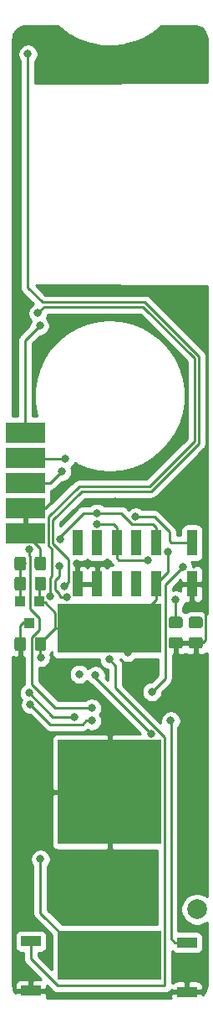
<source format=gtl>
G04 #@! TF.GenerationSoftware,KiCad,Pcbnew,(5.1.5)-3*
G04 #@! TF.CreationDate,2020-04-22T10:12:32+02:00*
G04 #@! TF.ProjectId,RHS_3_Simple,5248535f-335f-4536-996d-706c652e6b69,rev?*
G04 #@! TF.SameCoordinates,Original*
G04 #@! TF.FileFunction,Copper,L1,Top*
G04 #@! TF.FilePolarity,Positive*
%FSLAX46Y46*%
G04 Gerber Fmt 4.6, Leading zero omitted, Abs format (unit mm)*
G04 Created by KiCad (PCBNEW (5.1.5)-3) date 2020-04-22 10:12:32*
%MOMM*%
%LPD*%
G04 APERTURE LIST*
%ADD10R,1.000000X2.580000*%
%ADD11R,10.500000X5.000000*%
%ADD12R,10.500000X10.500000*%
%ADD13C,0.100000*%
%ADD14R,1.000000X1.100000*%
%ADD15R,2.000000X1.000000*%
%ADD16C,2.000000*%
%ADD17C,0.800000*%
%ADD18C,0.250000*%
%ADD19C,0.254000*%
G04 APERTURE END LIST*
D10*
X108331000Y-140515000D03*
X108331000Y-136345000D03*
X96711000Y-140515000D03*
X96711000Y-136345000D03*
X98711000Y-140515000D03*
X98711000Y-136345000D03*
X100711000Y-140515000D03*
X100711000Y-136345000D03*
X102711000Y-140515000D03*
X102711000Y-136345000D03*
X104711000Y-140515000D03*
X104711000Y-136345000D03*
D11*
X100000000Y-178000000D03*
X100000000Y-145000000D03*
D12*
X100000000Y-161500000D03*
G04 #@! TA.AperFunction,SMDPad,CuDef*
D13*
G36*
X91272505Y-139763204D02*
G01*
X91296773Y-139766804D01*
X91320572Y-139772765D01*
X91343671Y-139781030D01*
X91365850Y-139791520D01*
X91386893Y-139804132D01*
X91406599Y-139818747D01*
X91424777Y-139835223D01*
X91441253Y-139853401D01*
X91455868Y-139873107D01*
X91468480Y-139894150D01*
X91478970Y-139916329D01*
X91487235Y-139939428D01*
X91493196Y-139963227D01*
X91496796Y-139987495D01*
X91498000Y-140011999D01*
X91498000Y-140912001D01*
X91496796Y-140936505D01*
X91493196Y-140960773D01*
X91487235Y-140984572D01*
X91478970Y-141007671D01*
X91468480Y-141029850D01*
X91455868Y-141050893D01*
X91441253Y-141070599D01*
X91424777Y-141088777D01*
X91406599Y-141105253D01*
X91386893Y-141119868D01*
X91365850Y-141132480D01*
X91343671Y-141142970D01*
X91320572Y-141151235D01*
X91296773Y-141157196D01*
X91272505Y-141160796D01*
X91248001Y-141162000D01*
X90597999Y-141162000D01*
X90573495Y-141160796D01*
X90549227Y-141157196D01*
X90525428Y-141151235D01*
X90502329Y-141142970D01*
X90480150Y-141132480D01*
X90459107Y-141119868D01*
X90439401Y-141105253D01*
X90421223Y-141088777D01*
X90404747Y-141070599D01*
X90390132Y-141050893D01*
X90377520Y-141029850D01*
X90367030Y-141007671D01*
X90358765Y-140984572D01*
X90352804Y-140960773D01*
X90349204Y-140936505D01*
X90348000Y-140912001D01*
X90348000Y-140011999D01*
X90349204Y-139987495D01*
X90352804Y-139963227D01*
X90358765Y-139939428D01*
X90367030Y-139916329D01*
X90377520Y-139894150D01*
X90390132Y-139873107D01*
X90404747Y-139853401D01*
X90421223Y-139835223D01*
X90439401Y-139818747D01*
X90459107Y-139804132D01*
X90480150Y-139791520D01*
X90502329Y-139781030D01*
X90525428Y-139772765D01*
X90549227Y-139766804D01*
X90573495Y-139763204D01*
X90597999Y-139762000D01*
X91248001Y-139762000D01*
X91272505Y-139763204D01*
G37*
G04 #@! TD.AperFunction*
G04 #@! TA.AperFunction,SMDPad,CuDef*
G36*
X93322505Y-139763204D02*
G01*
X93346773Y-139766804D01*
X93370572Y-139772765D01*
X93393671Y-139781030D01*
X93415850Y-139791520D01*
X93436893Y-139804132D01*
X93456599Y-139818747D01*
X93474777Y-139835223D01*
X93491253Y-139853401D01*
X93505868Y-139873107D01*
X93518480Y-139894150D01*
X93528970Y-139916329D01*
X93537235Y-139939428D01*
X93543196Y-139963227D01*
X93546796Y-139987495D01*
X93548000Y-140011999D01*
X93548000Y-140912001D01*
X93546796Y-140936505D01*
X93543196Y-140960773D01*
X93537235Y-140984572D01*
X93528970Y-141007671D01*
X93518480Y-141029850D01*
X93505868Y-141050893D01*
X93491253Y-141070599D01*
X93474777Y-141088777D01*
X93456599Y-141105253D01*
X93436893Y-141119868D01*
X93415850Y-141132480D01*
X93393671Y-141142970D01*
X93370572Y-141151235D01*
X93346773Y-141157196D01*
X93322505Y-141160796D01*
X93298001Y-141162000D01*
X92647999Y-141162000D01*
X92623495Y-141160796D01*
X92599227Y-141157196D01*
X92575428Y-141151235D01*
X92552329Y-141142970D01*
X92530150Y-141132480D01*
X92509107Y-141119868D01*
X92489401Y-141105253D01*
X92471223Y-141088777D01*
X92454747Y-141070599D01*
X92440132Y-141050893D01*
X92427520Y-141029850D01*
X92417030Y-141007671D01*
X92408765Y-140984572D01*
X92402804Y-140960773D01*
X92399204Y-140936505D01*
X92398000Y-140912001D01*
X92398000Y-140011999D01*
X92399204Y-139987495D01*
X92402804Y-139963227D01*
X92408765Y-139939428D01*
X92417030Y-139916329D01*
X92427520Y-139894150D01*
X92440132Y-139873107D01*
X92454747Y-139853401D01*
X92471223Y-139835223D01*
X92489401Y-139818747D01*
X92509107Y-139804132D01*
X92530150Y-139791520D01*
X92552329Y-139781030D01*
X92575428Y-139772765D01*
X92599227Y-139766804D01*
X92623495Y-139763204D01*
X92647999Y-139762000D01*
X93298001Y-139762000D01*
X93322505Y-139763204D01*
G37*
G04 #@! TD.AperFunction*
G04 #@! TA.AperFunction,SMDPad,CuDef*
G36*
X91262505Y-137731204D02*
G01*
X91286773Y-137734804D01*
X91310572Y-137740765D01*
X91333671Y-137749030D01*
X91355850Y-137759520D01*
X91376893Y-137772132D01*
X91396599Y-137786747D01*
X91414777Y-137803223D01*
X91431253Y-137821401D01*
X91445868Y-137841107D01*
X91458480Y-137862150D01*
X91468970Y-137884329D01*
X91477235Y-137907428D01*
X91483196Y-137931227D01*
X91486796Y-137955495D01*
X91488000Y-137979999D01*
X91488000Y-138880001D01*
X91486796Y-138904505D01*
X91483196Y-138928773D01*
X91477235Y-138952572D01*
X91468970Y-138975671D01*
X91458480Y-138997850D01*
X91445868Y-139018893D01*
X91431253Y-139038599D01*
X91414777Y-139056777D01*
X91396599Y-139073253D01*
X91376893Y-139087868D01*
X91355850Y-139100480D01*
X91333671Y-139110970D01*
X91310572Y-139119235D01*
X91286773Y-139125196D01*
X91262505Y-139128796D01*
X91238001Y-139130000D01*
X90587999Y-139130000D01*
X90563495Y-139128796D01*
X90539227Y-139125196D01*
X90515428Y-139119235D01*
X90492329Y-139110970D01*
X90470150Y-139100480D01*
X90449107Y-139087868D01*
X90429401Y-139073253D01*
X90411223Y-139056777D01*
X90394747Y-139038599D01*
X90380132Y-139018893D01*
X90367520Y-138997850D01*
X90357030Y-138975671D01*
X90348765Y-138952572D01*
X90342804Y-138928773D01*
X90339204Y-138904505D01*
X90338000Y-138880001D01*
X90338000Y-137979999D01*
X90339204Y-137955495D01*
X90342804Y-137931227D01*
X90348765Y-137907428D01*
X90357030Y-137884329D01*
X90367520Y-137862150D01*
X90380132Y-137841107D01*
X90394747Y-137821401D01*
X90411223Y-137803223D01*
X90429401Y-137786747D01*
X90449107Y-137772132D01*
X90470150Y-137759520D01*
X90492329Y-137749030D01*
X90515428Y-137740765D01*
X90539227Y-137734804D01*
X90563495Y-137731204D01*
X90587999Y-137730000D01*
X91238001Y-137730000D01*
X91262505Y-137731204D01*
G37*
G04 #@! TD.AperFunction*
G04 #@! TA.AperFunction,SMDPad,CuDef*
G36*
X93312505Y-137731204D02*
G01*
X93336773Y-137734804D01*
X93360572Y-137740765D01*
X93383671Y-137749030D01*
X93405850Y-137759520D01*
X93426893Y-137772132D01*
X93446599Y-137786747D01*
X93464777Y-137803223D01*
X93481253Y-137821401D01*
X93495868Y-137841107D01*
X93508480Y-137862150D01*
X93518970Y-137884329D01*
X93527235Y-137907428D01*
X93533196Y-137931227D01*
X93536796Y-137955495D01*
X93538000Y-137979999D01*
X93538000Y-138880001D01*
X93536796Y-138904505D01*
X93533196Y-138928773D01*
X93527235Y-138952572D01*
X93518970Y-138975671D01*
X93508480Y-138997850D01*
X93495868Y-139018893D01*
X93481253Y-139038599D01*
X93464777Y-139056777D01*
X93446599Y-139073253D01*
X93426893Y-139087868D01*
X93405850Y-139100480D01*
X93383671Y-139110970D01*
X93360572Y-139119235D01*
X93336773Y-139125196D01*
X93312505Y-139128796D01*
X93288001Y-139130000D01*
X92637999Y-139130000D01*
X92613495Y-139128796D01*
X92589227Y-139125196D01*
X92565428Y-139119235D01*
X92542329Y-139110970D01*
X92520150Y-139100480D01*
X92499107Y-139087868D01*
X92479401Y-139073253D01*
X92461223Y-139056777D01*
X92444747Y-139038599D01*
X92430132Y-139018893D01*
X92417520Y-138997850D01*
X92407030Y-138975671D01*
X92398765Y-138952572D01*
X92392804Y-138928773D01*
X92389204Y-138904505D01*
X92388000Y-138880001D01*
X92388000Y-137979999D01*
X92389204Y-137955495D01*
X92392804Y-137931227D01*
X92398765Y-137907428D01*
X92407030Y-137884329D01*
X92417520Y-137862150D01*
X92430132Y-137841107D01*
X92444747Y-137821401D01*
X92461223Y-137803223D01*
X92479401Y-137786747D01*
X92499107Y-137772132D01*
X92520150Y-137759520D01*
X92542329Y-137749030D01*
X92565428Y-137740765D01*
X92589227Y-137734804D01*
X92613495Y-137731204D01*
X92637999Y-137730000D01*
X93288001Y-137730000D01*
X93312505Y-137731204D01*
G37*
G04 #@! TD.AperFunction*
G04 #@! TA.AperFunction,SMDPad,CuDef*
G36*
X107154505Y-145866204D02*
G01*
X107178773Y-145869804D01*
X107202572Y-145875765D01*
X107225671Y-145884030D01*
X107247850Y-145894520D01*
X107268893Y-145907132D01*
X107288599Y-145921747D01*
X107306777Y-145938223D01*
X107323253Y-145956401D01*
X107337868Y-145976107D01*
X107350480Y-145997150D01*
X107360970Y-146019329D01*
X107369235Y-146042428D01*
X107375196Y-146066227D01*
X107378796Y-146090495D01*
X107380000Y-146114999D01*
X107380000Y-146765001D01*
X107378796Y-146789505D01*
X107375196Y-146813773D01*
X107369235Y-146837572D01*
X107360970Y-146860671D01*
X107350480Y-146882850D01*
X107337868Y-146903893D01*
X107323253Y-146923599D01*
X107306777Y-146941777D01*
X107288599Y-146958253D01*
X107268893Y-146972868D01*
X107247850Y-146985480D01*
X107225671Y-146995970D01*
X107202572Y-147004235D01*
X107178773Y-147010196D01*
X107154505Y-147013796D01*
X107130001Y-147015000D01*
X106229999Y-147015000D01*
X106205495Y-147013796D01*
X106181227Y-147010196D01*
X106157428Y-147004235D01*
X106134329Y-146995970D01*
X106112150Y-146985480D01*
X106091107Y-146972868D01*
X106071401Y-146958253D01*
X106053223Y-146941777D01*
X106036747Y-146923599D01*
X106022132Y-146903893D01*
X106009520Y-146882850D01*
X105999030Y-146860671D01*
X105990765Y-146837572D01*
X105984804Y-146813773D01*
X105981204Y-146789505D01*
X105980000Y-146765001D01*
X105980000Y-146114999D01*
X105981204Y-146090495D01*
X105984804Y-146066227D01*
X105990765Y-146042428D01*
X105999030Y-146019329D01*
X106009520Y-145997150D01*
X106022132Y-145976107D01*
X106036747Y-145956401D01*
X106053223Y-145938223D01*
X106071401Y-145921747D01*
X106091107Y-145907132D01*
X106112150Y-145894520D01*
X106134329Y-145884030D01*
X106157428Y-145875765D01*
X106181227Y-145869804D01*
X106205495Y-145866204D01*
X106229999Y-145865000D01*
X107130001Y-145865000D01*
X107154505Y-145866204D01*
G37*
G04 #@! TD.AperFunction*
G04 #@! TA.AperFunction,SMDPad,CuDef*
G36*
X107154505Y-143816204D02*
G01*
X107178773Y-143819804D01*
X107202572Y-143825765D01*
X107225671Y-143834030D01*
X107247850Y-143844520D01*
X107268893Y-143857132D01*
X107288599Y-143871747D01*
X107306777Y-143888223D01*
X107323253Y-143906401D01*
X107337868Y-143926107D01*
X107350480Y-143947150D01*
X107360970Y-143969329D01*
X107369235Y-143992428D01*
X107375196Y-144016227D01*
X107378796Y-144040495D01*
X107380000Y-144064999D01*
X107380000Y-144715001D01*
X107378796Y-144739505D01*
X107375196Y-144763773D01*
X107369235Y-144787572D01*
X107360970Y-144810671D01*
X107350480Y-144832850D01*
X107337868Y-144853893D01*
X107323253Y-144873599D01*
X107306777Y-144891777D01*
X107288599Y-144908253D01*
X107268893Y-144922868D01*
X107247850Y-144935480D01*
X107225671Y-144945970D01*
X107202572Y-144954235D01*
X107178773Y-144960196D01*
X107154505Y-144963796D01*
X107130001Y-144965000D01*
X106229999Y-144965000D01*
X106205495Y-144963796D01*
X106181227Y-144960196D01*
X106157428Y-144954235D01*
X106134329Y-144945970D01*
X106112150Y-144935480D01*
X106091107Y-144922868D01*
X106071401Y-144908253D01*
X106053223Y-144891777D01*
X106036747Y-144873599D01*
X106022132Y-144853893D01*
X106009520Y-144832850D01*
X105999030Y-144810671D01*
X105990765Y-144787572D01*
X105984804Y-144763773D01*
X105981204Y-144739505D01*
X105980000Y-144715001D01*
X105980000Y-144064999D01*
X105981204Y-144040495D01*
X105984804Y-144016227D01*
X105990765Y-143992428D01*
X105999030Y-143969329D01*
X106009520Y-143947150D01*
X106022132Y-143926107D01*
X106036747Y-143906401D01*
X106053223Y-143888223D01*
X106071401Y-143871747D01*
X106091107Y-143857132D01*
X106112150Y-143844520D01*
X106134329Y-143834030D01*
X106157428Y-143825765D01*
X106181227Y-143819804D01*
X106205495Y-143816204D01*
X106229999Y-143815000D01*
X107130001Y-143815000D01*
X107154505Y-143816204D01*
G37*
G04 #@! TD.AperFunction*
G04 #@! TA.AperFunction,SMDPad,CuDef*
G36*
X109186505Y-143816204D02*
G01*
X109210773Y-143819804D01*
X109234572Y-143825765D01*
X109257671Y-143834030D01*
X109279850Y-143844520D01*
X109300893Y-143857132D01*
X109320599Y-143871747D01*
X109338777Y-143888223D01*
X109355253Y-143906401D01*
X109369868Y-143926107D01*
X109382480Y-143947150D01*
X109392970Y-143969329D01*
X109401235Y-143992428D01*
X109407196Y-144016227D01*
X109410796Y-144040495D01*
X109412000Y-144064999D01*
X109412000Y-144715001D01*
X109410796Y-144739505D01*
X109407196Y-144763773D01*
X109401235Y-144787572D01*
X109392970Y-144810671D01*
X109382480Y-144832850D01*
X109369868Y-144853893D01*
X109355253Y-144873599D01*
X109338777Y-144891777D01*
X109320599Y-144908253D01*
X109300893Y-144922868D01*
X109279850Y-144935480D01*
X109257671Y-144945970D01*
X109234572Y-144954235D01*
X109210773Y-144960196D01*
X109186505Y-144963796D01*
X109162001Y-144965000D01*
X108261999Y-144965000D01*
X108237495Y-144963796D01*
X108213227Y-144960196D01*
X108189428Y-144954235D01*
X108166329Y-144945970D01*
X108144150Y-144935480D01*
X108123107Y-144922868D01*
X108103401Y-144908253D01*
X108085223Y-144891777D01*
X108068747Y-144873599D01*
X108054132Y-144853893D01*
X108041520Y-144832850D01*
X108031030Y-144810671D01*
X108022765Y-144787572D01*
X108016804Y-144763773D01*
X108013204Y-144739505D01*
X108012000Y-144715001D01*
X108012000Y-144064999D01*
X108013204Y-144040495D01*
X108016804Y-144016227D01*
X108022765Y-143992428D01*
X108031030Y-143969329D01*
X108041520Y-143947150D01*
X108054132Y-143926107D01*
X108068747Y-143906401D01*
X108085223Y-143888223D01*
X108103401Y-143871747D01*
X108123107Y-143857132D01*
X108144150Y-143844520D01*
X108166329Y-143834030D01*
X108189428Y-143825765D01*
X108213227Y-143819804D01*
X108237495Y-143816204D01*
X108261999Y-143815000D01*
X109162001Y-143815000D01*
X109186505Y-143816204D01*
G37*
G04 #@! TD.AperFunction*
G04 #@! TA.AperFunction,SMDPad,CuDef*
G36*
X109186505Y-145866204D02*
G01*
X109210773Y-145869804D01*
X109234572Y-145875765D01*
X109257671Y-145884030D01*
X109279850Y-145894520D01*
X109300893Y-145907132D01*
X109320599Y-145921747D01*
X109338777Y-145938223D01*
X109355253Y-145956401D01*
X109369868Y-145976107D01*
X109382480Y-145997150D01*
X109392970Y-146019329D01*
X109401235Y-146042428D01*
X109407196Y-146066227D01*
X109410796Y-146090495D01*
X109412000Y-146114999D01*
X109412000Y-146765001D01*
X109410796Y-146789505D01*
X109407196Y-146813773D01*
X109401235Y-146837572D01*
X109392970Y-146860671D01*
X109382480Y-146882850D01*
X109369868Y-146903893D01*
X109355253Y-146923599D01*
X109338777Y-146941777D01*
X109320599Y-146958253D01*
X109300893Y-146972868D01*
X109279850Y-146985480D01*
X109257671Y-146995970D01*
X109234572Y-147004235D01*
X109210773Y-147010196D01*
X109186505Y-147013796D01*
X109162001Y-147015000D01*
X108261999Y-147015000D01*
X108237495Y-147013796D01*
X108213227Y-147010196D01*
X108189428Y-147004235D01*
X108166329Y-146995970D01*
X108144150Y-146985480D01*
X108123107Y-146972868D01*
X108103401Y-146958253D01*
X108085223Y-146941777D01*
X108068747Y-146923599D01*
X108054132Y-146903893D01*
X108041520Y-146882850D01*
X108031030Y-146860671D01*
X108022765Y-146837572D01*
X108016804Y-146813773D01*
X108013204Y-146789505D01*
X108012000Y-146765001D01*
X108012000Y-146114999D01*
X108013204Y-146090495D01*
X108016804Y-146066227D01*
X108022765Y-146042428D01*
X108031030Y-146019329D01*
X108041520Y-145997150D01*
X108054132Y-145976107D01*
X108068747Y-145956401D01*
X108085223Y-145938223D01*
X108103401Y-145921747D01*
X108123107Y-145907132D01*
X108144150Y-145894520D01*
X108166329Y-145884030D01*
X108189428Y-145875765D01*
X108213227Y-145869804D01*
X108237495Y-145866204D01*
X108261999Y-145865000D01*
X109162001Y-145865000D01*
X109186505Y-145866204D01*
G37*
G04 #@! TD.AperFunction*
G04 #@! TA.AperFunction,SMDPad,CuDef*
G36*
X89440000Y-124222000D02*
G01*
X93440000Y-124222000D01*
X93440000Y-126222000D01*
X89440000Y-126222000D01*
X89440000Y-124222000D01*
G37*
G04 #@! TD.AperFunction*
G04 #@! TA.AperFunction,SMDPad,CuDef*
G36*
X89440000Y-126762000D02*
G01*
X93440000Y-126762000D01*
X93440000Y-128762000D01*
X89440000Y-128762000D01*
X89440000Y-126762000D01*
G37*
G04 #@! TD.AperFunction*
G04 #@! TA.AperFunction,SMDPad,CuDef*
G36*
X89440000Y-129302000D02*
G01*
X93440000Y-129302000D01*
X93440000Y-131302000D01*
X89440000Y-131302000D01*
X89440000Y-129302000D01*
G37*
G04 #@! TD.AperFunction*
G04 #@! TA.AperFunction,SMDPad,CuDef*
G36*
X89440000Y-131842000D02*
G01*
X93440000Y-131842000D01*
X93440000Y-133842000D01*
X89440000Y-133842000D01*
X89440000Y-131842000D01*
G37*
G04 #@! TD.AperFunction*
G04 #@! TA.AperFunction,SMDPad,CuDef*
G36*
X89440000Y-134382000D02*
G01*
X93440000Y-134382000D01*
X93440000Y-136382000D01*
X89440000Y-136382000D01*
X89440000Y-134382000D01*
G37*
G04 #@! TD.AperFunction*
D14*
X91868000Y-144483000D03*
X90918000Y-142283000D03*
X92818000Y-142283000D03*
G04 #@! TA.AperFunction,SMDPad,CuDef*
D13*
G36*
X93322505Y-145859204D02*
G01*
X93346773Y-145862804D01*
X93370572Y-145868765D01*
X93393671Y-145877030D01*
X93415850Y-145887520D01*
X93436893Y-145900132D01*
X93456599Y-145914747D01*
X93474777Y-145931223D01*
X93491253Y-145949401D01*
X93505868Y-145969107D01*
X93518480Y-145990150D01*
X93528970Y-146012329D01*
X93537235Y-146035428D01*
X93543196Y-146059227D01*
X93546796Y-146083495D01*
X93548000Y-146107999D01*
X93548000Y-147008001D01*
X93546796Y-147032505D01*
X93543196Y-147056773D01*
X93537235Y-147080572D01*
X93528970Y-147103671D01*
X93518480Y-147125850D01*
X93505868Y-147146893D01*
X93491253Y-147166599D01*
X93474777Y-147184777D01*
X93456599Y-147201253D01*
X93436893Y-147215868D01*
X93415850Y-147228480D01*
X93393671Y-147238970D01*
X93370572Y-147247235D01*
X93346773Y-147253196D01*
X93322505Y-147256796D01*
X93298001Y-147258000D01*
X92647999Y-147258000D01*
X92623495Y-147256796D01*
X92599227Y-147253196D01*
X92575428Y-147247235D01*
X92552329Y-147238970D01*
X92530150Y-147228480D01*
X92509107Y-147215868D01*
X92489401Y-147201253D01*
X92471223Y-147184777D01*
X92454747Y-147166599D01*
X92440132Y-147146893D01*
X92427520Y-147125850D01*
X92417030Y-147103671D01*
X92408765Y-147080572D01*
X92402804Y-147056773D01*
X92399204Y-147032505D01*
X92398000Y-147008001D01*
X92398000Y-146107999D01*
X92399204Y-146083495D01*
X92402804Y-146059227D01*
X92408765Y-146035428D01*
X92417030Y-146012329D01*
X92427520Y-145990150D01*
X92440132Y-145969107D01*
X92454747Y-145949401D01*
X92471223Y-145931223D01*
X92489401Y-145914747D01*
X92509107Y-145900132D01*
X92530150Y-145887520D01*
X92552329Y-145877030D01*
X92575428Y-145868765D01*
X92599227Y-145862804D01*
X92623495Y-145859204D01*
X92647999Y-145858000D01*
X93298001Y-145858000D01*
X93322505Y-145859204D01*
G37*
G04 #@! TD.AperFunction*
G04 #@! TA.AperFunction,SMDPad,CuDef*
G36*
X91272505Y-145859204D02*
G01*
X91296773Y-145862804D01*
X91320572Y-145868765D01*
X91343671Y-145877030D01*
X91365850Y-145887520D01*
X91386893Y-145900132D01*
X91406599Y-145914747D01*
X91424777Y-145931223D01*
X91441253Y-145949401D01*
X91455868Y-145969107D01*
X91468480Y-145990150D01*
X91478970Y-146012329D01*
X91487235Y-146035428D01*
X91493196Y-146059227D01*
X91496796Y-146083495D01*
X91498000Y-146107999D01*
X91498000Y-147008001D01*
X91496796Y-147032505D01*
X91493196Y-147056773D01*
X91487235Y-147080572D01*
X91478970Y-147103671D01*
X91468480Y-147125850D01*
X91455868Y-147146893D01*
X91441253Y-147166599D01*
X91424777Y-147184777D01*
X91406599Y-147201253D01*
X91386893Y-147215868D01*
X91365850Y-147228480D01*
X91343671Y-147238970D01*
X91320572Y-147247235D01*
X91296773Y-147253196D01*
X91272505Y-147256796D01*
X91248001Y-147258000D01*
X90597999Y-147258000D01*
X90573495Y-147256796D01*
X90549227Y-147253196D01*
X90525428Y-147247235D01*
X90502329Y-147238970D01*
X90480150Y-147228480D01*
X90459107Y-147215868D01*
X90439401Y-147201253D01*
X90421223Y-147184777D01*
X90404747Y-147166599D01*
X90390132Y-147146893D01*
X90377520Y-147125850D01*
X90367030Y-147103671D01*
X90358765Y-147080572D01*
X90352804Y-147056773D01*
X90349204Y-147032505D01*
X90348000Y-147008001D01*
X90348000Y-146107999D01*
X90349204Y-146083495D01*
X90352804Y-146059227D01*
X90358765Y-146035428D01*
X90367030Y-146012329D01*
X90377520Y-145990150D01*
X90390132Y-145969107D01*
X90404747Y-145949401D01*
X90421223Y-145931223D01*
X90439401Y-145914747D01*
X90459107Y-145900132D01*
X90480150Y-145887520D01*
X90502329Y-145877030D01*
X90525428Y-145868765D01*
X90549227Y-145862804D01*
X90573495Y-145859204D01*
X90597999Y-145858000D01*
X91248001Y-145858000D01*
X91272505Y-145859204D01*
G37*
G04 #@! TD.AperFunction*
D15*
X92000000Y-176570000D03*
X92000000Y-181570000D03*
X107823000Y-181697000D03*
X107823000Y-176697000D03*
D16*
X108839000Y-173355000D03*
D17*
X92906996Y-114427000D03*
X93000000Y-147915000D03*
X92964000Y-168275000D03*
X101831611Y-147407660D03*
X105918000Y-137287000D03*
X93095660Y-140593660D03*
X91025030Y-148209000D03*
X94234000Y-85217000D03*
X107315000Y-87249000D03*
X92837000Y-88900000D03*
X108204000Y-112014000D03*
X92964000Y-116332000D03*
X90805000Y-114300000D03*
X91868000Y-144383000D03*
X92960448Y-138270979D03*
X100584000Y-132207000D03*
X96647000Y-138430000D03*
X106680000Y-142113000D03*
X108712000Y-144272000D03*
X104267000Y-151384000D03*
X107393240Y-138814658D03*
X106172000Y-154305000D03*
X98679000Y-133350000D03*
X94940035Y-136017000D03*
X91803875Y-137020682D03*
X98171000Y-153035000D03*
X96774000Y-136398000D03*
X91964880Y-152680200D03*
X98171000Y-154305000D03*
X98711000Y-136345000D03*
X96901000Y-149606000D03*
X91821000Y-151511000D03*
X96414500Y-153902500D03*
X92710000Y-113157000D03*
X93980000Y-141732000D03*
X91694000Y-86995000D03*
X95377000Y-140716000D03*
X95613582Y-141860621D03*
X94869000Y-138684000D03*
X91148753Y-138445779D03*
X102616000Y-133731000D03*
X98679000Y-134454998D03*
X103828443Y-138097238D03*
X99949000Y-148100002D03*
X95123000Y-129159000D03*
X100804253Y-141334721D03*
X95504000Y-127889000D03*
X102707553Y-141351000D03*
X104209678Y-155649996D03*
X98552000Y-149733000D03*
D18*
X101766000Y-145000000D02*
X100000000Y-145000000D01*
X104711000Y-142055000D02*
X101766000Y-145000000D01*
X104711000Y-140515000D02*
X104711000Y-142055000D01*
X92973000Y-146527000D02*
X92973000Y-146558000D01*
X94500000Y-145000000D02*
X92973000Y-146527000D01*
X100000000Y-145000000D02*
X94500000Y-145000000D01*
X91440000Y-115893996D02*
X92906996Y-114427000D01*
X91440000Y-125222000D02*
X91440000Y-115893996D01*
X92973000Y-146558000D02*
X92973000Y-147888000D01*
X92973000Y-147888000D02*
X93000000Y-147915000D01*
X92964000Y-173714000D02*
X92964000Y-168275000D01*
X100000000Y-178000000D02*
X97250000Y-178000000D01*
X97250000Y-178000000D02*
X92964000Y-173714000D01*
X93468000Y-142383000D02*
X92818000Y-142383000D01*
X94500000Y-145000000D02*
X94500000Y-143415000D01*
X94500000Y-143415000D02*
X93468000Y-142383000D01*
X105918000Y-139308000D02*
X104711000Y-140515000D01*
X105918000Y-137287000D02*
X105918000Y-139308000D01*
X92818000Y-140871320D02*
X93095660Y-140593660D01*
X92818000Y-142383000D02*
X92818000Y-140871320D01*
X92973000Y-140462000D02*
X92973000Y-140471000D01*
X92973000Y-140471000D02*
X93095660Y-140593660D01*
X109412000Y-146440000D02*
X108712000Y-146440000D01*
X109737010Y-146114990D02*
X109412000Y-146440000D01*
X109737010Y-143461010D02*
X109737010Y-146114990D01*
X108331000Y-142055000D02*
X109737010Y-143461010D01*
X108331000Y-140515000D02*
X108331000Y-142055000D01*
X91218000Y-144383000D02*
X91868000Y-144383000D01*
X90923000Y-144678000D02*
X91218000Y-144383000D01*
X90923000Y-146558000D02*
X90923000Y-144678000D01*
X90923000Y-146558000D02*
X90923000Y-148106970D01*
X90923000Y-148106970D02*
X91025030Y-148209000D01*
X93440000Y-132842000D02*
X96134340Y-130147660D01*
X96134340Y-130147660D02*
X96134340Y-130011010D01*
X91440000Y-132842000D02*
X93440000Y-132842000D01*
X92960448Y-136902448D02*
X92960448Y-138270979D01*
X91440000Y-135382000D02*
X92960448Y-136902448D01*
X96647000Y-138430000D02*
X96647000Y-140451000D01*
X96647000Y-140451000D02*
X96711000Y-140515000D01*
X106680000Y-142113000D02*
X106680000Y-144390000D01*
X108712000Y-144390000D02*
X108712000Y-144272000D01*
X106993241Y-139214657D02*
X107393240Y-138814658D01*
X104267000Y-151384000D02*
X105603555Y-150047445D01*
X105603555Y-150047445D02*
X105603555Y-140604343D01*
X105603555Y-140604343D02*
X106993241Y-139214657D01*
X106573000Y-176697000D02*
X107823000Y-176697000D01*
X106190999Y-176314999D02*
X106573000Y-176697000D01*
X106190999Y-154323999D02*
X106190999Y-176314999D01*
X106172000Y-154305000D02*
X106190999Y-154323999D01*
X104362002Y-134456002D02*
X104711000Y-134805000D01*
X104711000Y-134805000D02*
X104711000Y-136345000D01*
X102267998Y-134456002D02*
X104362002Y-134456002D01*
X101161996Y-133350000D02*
X102267998Y-134456002D01*
X98679000Y-133350000D02*
X101161996Y-133350000D01*
X94940035Y-135740963D02*
X94940035Y-136017000D01*
X97330998Y-133350000D02*
X94940035Y-135740963D01*
X98679000Y-133350000D02*
X97330998Y-133350000D01*
X94488000Y-153035000D02*
X98171000Y-153035000D01*
X92837000Y-145105810D02*
X92072990Y-145869820D01*
X91803875Y-137586367D02*
X91948000Y-137730492D01*
X92072990Y-145869820D02*
X92072990Y-150619990D01*
X91803875Y-137020682D02*
X91803875Y-137586367D01*
X92072990Y-150619990D02*
X94488000Y-153035000D01*
X91948000Y-143027998D02*
X92837000Y-143916998D01*
X92837000Y-143916998D02*
X92837000Y-145105810D01*
X91948000Y-137730492D02*
X91948000Y-143027998D01*
X96711000Y-136345000D02*
X96721000Y-136345000D01*
X96721000Y-136345000D02*
X96774000Y-136398000D01*
X93970680Y-154686000D02*
X91964880Y-152680200D01*
X97224315Y-154686000D02*
X93970680Y-154686000D01*
X97605315Y-154305000D02*
X97224315Y-154686000D01*
X98171000Y-154305000D02*
X97605315Y-154305000D01*
X94212500Y-153902500D02*
X96414500Y-153902500D01*
X91821000Y-151511000D02*
X94212500Y-153902500D01*
X93345000Y-112522000D02*
X92710000Y-113157000D01*
X108585000Y-117729000D02*
X103378000Y-112522000D01*
X94143990Y-139736990D02*
X94143990Y-137001405D01*
X93980000Y-139900980D02*
X94143990Y-139736990D01*
X93980000Y-141732000D02*
X93980000Y-139900980D01*
X94143990Y-137001405D02*
X93765010Y-136622425D01*
X93765010Y-136622425D02*
X93765010Y-133711528D01*
X93765010Y-133711528D02*
X96901000Y-130683000D01*
X104013000Y-130683000D02*
X108585000Y-126111000D01*
X96901000Y-130683000D02*
X104013000Y-130683000D01*
X103378000Y-112522000D02*
X93345000Y-112522000D01*
X108585000Y-126111000D02*
X108585000Y-117729000D01*
X91694000Y-86995000D02*
X91694000Y-110607389D01*
X93158600Y-112071989D02*
X103564400Y-112071989D01*
X91694000Y-110607389D02*
X93158600Y-112071989D01*
X103564400Y-112071989D02*
X109035011Y-117542600D01*
X109035011Y-117542600D02*
X109035011Y-126297400D01*
X104199400Y-131133011D02*
X97210043Y-131133011D01*
X94215021Y-136436024D02*
X95776999Y-137998002D01*
X95776999Y-137998002D02*
X95776999Y-140316001D01*
X94215021Y-134005389D02*
X94215021Y-136436024D01*
X97210043Y-131133011D02*
X94215021Y-134005389D01*
X109035011Y-126297400D02*
X104199400Y-131133011D01*
X95776999Y-140316001D02*
X95377000Y-140716000D01*
X90923000Y-142378000D02*
X90918000Y-142383000D01*
X90923000Y-140462000D02*
X90923000Y-142378000D01*
X90923000Y-138671532D02*
X91148753Y-138445779D01*
X90923000Y-140462000D02*
X90923000Y-138671532D01*
X94869000Y-141681724D02*
X95047897Y-141860621D01*
X94869000Y-139757685D02*
X94488000Y-140138685D01*
X94869000Y-138684000D02*
X94869000Y-139757685D01*
X94869000Y-141478000D02*
X94869000Y-141681724D01*
X94488000Y-140138685D02*
X94488000Y-141097000D01*
X95047897Y-141860621D02*
X95613582Y-141860621D01*
X94488000Y-141097000D02*
X94869000Y-141478000D01*
X104521000Y-133731000D02*
X106045000Y-135255000D01*
X104521000Y-133731000D02*
X102616000Y-133731000D01*
X106045000Y-135255000D02*
X106045000Y-136144000D01*
X106246000Y-136345000D02*
X108331000Y-136345000D01*
X106045000Y-136144000D02*
X106246000Y-136345000D01*
X100711000Y-134805000D02*
X100711000Y-136345000D01*
X100360998Y-134454998D02*
X100711000Y-134805000D01*
X98679000Y-134454998D02*
X100360998Y-134454998D01*
X103262758Y-138097238D02*
X103828443Y-138097238D01*
X100711000Y-137885000D02*
X100923238Y-138097238D01*
X100711000Y-136345000D02*
X100711000Y-137885000D01*
X100923238Y-138097238D02*
X103262758Y-138097238D01*
X100584000Y-148735002D02*
X100584000Y-150998998D01*
X94703999Y-181063999D02*
X92000000Y-178360000D01*
X105575001Y-181063999D02*
X94703999Y-181063999D01*
X99949000Y-148100002D02*
X100584000Y-148735002D01*
X100584000Y-150998998D02*
X105575001Y-155989999D01*
X92000000Y-178360000D02*
X92000000Y-176570000D01*
X105575001Y-155989999D02*
X105575001Y-181063999D01*
X93980000Y-130302000D02*
X95123000Y-129159000D01*
X91440000Y-130302000D02*
X93980000Y-130302000D01*
X100711000Y-141241468D02*
X100804253Y-141334721D01*
X100711000Y-140515000D02*
X100711000Y-141241468D01*
X91567000Y-127889000D02*
X91440000Y-127762000D01*
X95504000Y-127889000D02*
X91567000Y-127889000D01*
X102707553Y-140518447D02*
X102711000Y-140515000D01*
X102707553Y-141454823D02*
X102707553Y-140518447D01*
X98552000Y-149992318D02*
X103809679Y-155249997D01*
X98552000Y-149733000D02*
X98552000Y-149992318D01*
X103809679Y-155249997D02*
X104209678Y-155649996D01*
D19*
G36*
X106807000Y-146313000D02*
G01*
X108585000Y-146313000D01*
X108585000Y-146293000D01*
X108839000Y-146293000D01*
X108839000Y-146313000D01*
X108859000Y-146313000D01*
X108859000Y-146567000D01*
X108839000Y-146567000D01*
X108839000Y-147491250D01*
X108997750Y-147650000D01*
X109412000Y-147653072D01*
X109536482Y-147640812D01*
X109656180Y-147604502D01*
X109766494Y-147545537D01*
X109840001Y-147485212D01*
X109840001Y-172057450D01*
X109613463Y-171906082D01*
X109315912Y-171782832D01*
X109000033Y-171720000D01*
X108677967Y-171720000D01*
X108362088Y-171782832D01*
X108064537Y-171906082D01*
X107796748Y-172085013D01*
X107569013Y-172312748D01*
X107390082Y-172580537D01*
X107266832Y-172878088D01*
X107204000Y-173193967D01*
X107204000Y-173516033D01*
X107266832Y-173831912D01*
X107390082Y-174129463D01*
X107569013Y-174397252D01*
X107796748Y-174624987D01*
X108064537Y-174803918D01*
X108362088Y-174927168D01*
X108677967Y-174990000D01*
X109000033Y-174990000D01*
X109315912Y-174927168D01*
X109613463Y-174803918D01*
X109840001Y-174652550D01*
X109840001Y-180967711D01*
X109811375Y-181259660D01*
X109735965Y-181509429D01*
X109613477Y-181739794D01*
X109448579Y-181941979D01*
X109431422Y-181956172D01*
X109299250Y-181824000D01*
X107950000Y-181824000D01*
X107950000Y-181844000D01*
X107696000Y-181844000D01*
X107696000Y-181824000D01*
X106346750Y-181824000D01*
X106188000Y-181982750D01*
X106184928Y-182197000D01*
X106197188Y-182321482D01*
X106202805Y-182340000D01*
X93575701Y-182340000D01*
X93589502Y-182314180D01*
X93625812Y-182194482D01*
X93638072Y-182070000D01*
X93635000Y-181855750D01*
X93476250Y-181697000D01*
X92127000Y-181697000D01*
X92127000Y-181717000D01*
X91873000Y-181717000D01*
X91873000Y-181697000D01*
X90523750Y-181697000D01*
X90428606Y-181792144D01*
X90391712Y-181747546D01*
X90267622Y-181518046D01*
X90190469Y-181268805D01*
X90169574Y-181070000D01*
X90361928Y-181070000D01*
X90365000Y-181284250D01*
X90523750Y-181443000D01*
X91873000Y-181443000D01*
X91873000Y-180593750D01*
X91714250Y-180435000D01*
X91000000Y-180431928D01*
X90875518Y-180444188D01*
X90755820Y-180480498D01*
X90645506Y-180539463D01*
X90548815Y-180618815D01*
X90469463Y-180715506D01*
X90410498Y-180825820D01*
X90374188Y-180945518D01*
X90361928Y-181070000D01*
X90169574Y-181070000D01*
X90160000Y-180978911D01*
X90160000Y-166750000D01*
X94111928Y-166750000D01*
X94124188Y-166874482D01*
X94160498Y-166994180D01*
X94219463Y-167104494D01*
X94298815Y-167201185D01*
X94395506Y-167280537D01*
X94505820Y-167339502D01*
X94625518Y-167375812D01*
X94750000Y-167388072D01*
X99714250Y-167385000D01*
X99873000Y-167226250D01*
X99873000Y-161627000D01*
X94273750Y-161627000D01*
X94115000Y-161785750D01*
X94111928Y-166750000D01*
X90160000Y-166750000D01*
X90160000Y-156250000D01*
X94111928Y-156250000D01*
X94115000Y-161214250D01*
X94273750Y-161373000D01*
X99873000Y-161373000D01*
X99873000Y-155773750D01*
X99714250Y-155615000D01*
X94750000Y-155611928D01*
X94625518Y-155624188D01*
X94505820Y-155660498D01*
X94395506Y-155719463D01*
X94298815Y-155798815D01*
X94219463Y-155895506D01*
X94160498Y-156005820D01*
X94124188Y-156125518D01*
X94111928Y-156250000D01*
X90160000Y-156250000D01*
X90160000Y-147864544D01*
X90223518Y-147883812D01*
X90348000Y-147896072D01*
X90637250Y-147893000D01*
X90796000Y-147734250D01*
X90796000Y-147010809D01*
X91050000Y-147015491D01*
X91050000Y-147734250D01*
X91208750Y-147893000D01*
X91312990Y-147894107D01*
X91312991Y-150582658D01*
X91310566Y-150607277D01*
X91161226Y-150707063D01*
X91017063Y-150851226D01*
X90903795Y-151020744D01*
X90825774Y-151209102D01*
X90786000Y-151409061D01*
X90786000Y-151612939D01*
X90825774Y-151812898D01*
X90903795Y-152001256D01*
X91017063Y-152170774D01*
X91044324Y-152198035D01*
X90969654Y-152378302D01*
X90929880Y-152578261D01*
X90929880Y-152782139D01*
X90969654Y-152982098D01*
X91047675Y-153170456D01*
X91160943Y-153339974D01*
X91305106Y-153484137D01*
X91474624Y-153597405D01*
X91662982Y-153675426D01*
X91862941Y-153715200D01*
X91925079Y-153715200D01*
X93406881Y-155197003D01*
X93430679Y-155226001D01*
X93459677Y-155249799D01*
X93546404Y-155320974D01*
X93678433Y-155391546D01*
X93821694Y-155435003D01*
X93970680Y-155449677D01*
X94008013Y-155446000D01*
X97186993Y-155446000D01*
X97224315Y-155449676D01*
X97261637Y-155446000D01*
X97261648Y-155446000D01*
X97373301Y-155435003D01*
X97516562Y-155391546D01*
X97648591Y-155320974D01*
X97739358Y-155246484D01*
X97869102Y-155300226D01*
X98069061Y-155340000D01*
X98272939Y-155340000D01*
X98472898Y-155300226D01*
X98661256Y-155222205D01*
X98830774Y-155108937D01*
X98974937Y-154964774D01*
X99088205Y-154795256D01*
X99166226Y-154606898D01*
X99206000Y-154406939D01*
X99206000Y-154203061D01*
X99166226Y-154003102D01*
X99088205Y-153814744D01*
X98991490Y-153670000D01*
X99088205Y-153525256D01*
X99166226Y-153336898D01*
X99206000Y-153136939D01*
X99206000Y-152933061D01*
X99166226Y-152733102D01*
X99088205Y-152544744D01*
X98974937Y-152375226D01*
X98830774Y-152231063D01*
X98661256Y-152117795D01*
X98472898Y-152039774D01*
X98272939Y-152000000D01*
X98069061Y-152000000D01*
X97869102Y-152039774D01*
X97680744Y-152117795D01*
X97511226Y-152231063D01*
X97467289Y-152275000D01*
X94802802Y-152275000D01*
X92832990Y-150305189D01*
X92832990Y-148937057D01*
X92898061Y-148950000D01*
X93101939Y-148950000D01*
X93301898Y-148910226D01*
X93490256Y-148832205D01*
X93659774Y-148718937D01*
X93803937Y-148574774D01*
X93917205Y-148405256D01*
X93995226Y-148216898D01*
X94035000Y-148016939D01*
X94035000Y-147813061D01*
X93995226Y-147613102D01*
X93978286Y-147572205D01*
X94036405Y-147501387D01*
X94111928Y-147360094D01*
X94111928Y-147500000D01*
X94124188Y-147624482D01*
X94160498Y-147744180D01*
X94219463Y-147854494D01*
X94298815Y-147951185D01*
X94395506Y-148030537D01*
X94505820Y-148089502D01*
X94625518Y-148125812D01*
X94750000Y-148138072D01*
X98914000Y-148138072D01*
X98914000Y-148201941D01*
X98953774Y-148401900D01*
X99031795Y-148590258D01*
X99145063Y-148759776D01*
X99289226Y-148903939D01*
X99458744Y-149017207D01*
X99647102Y-149095228D01*
X99824000Y-149130415D01*
X99824001Y-150189517D01*
X99567493Y-149933010D01*
X99587000Y-149834939D01*
X99587000Y-149631061D01*
X99547226Y-149431102D01*
X99469205Y-149242744D01*
X99355937Y-149073226D01*
X99211774Y-148929063D01*
X99042256Y-148815795D01*
X98853898Y-148737774D01*
X98653939Y-148698000D01*
X98450061Y-148698000D01*
X98250102Y-148737774D01*
X98061744Y-148815795D01*
X97892226Y-148929063D01*
X97773080Y-149048209D01*
X97704937Y-148946226D01*
X97560774Y-148802063D01*
X97391256Y-148688795D01*
X97202898Y-148610774D01*
X97002939Y-148571000D01*
X96799061Y-148571000D01*
X96599102Y-148610774D01*
X96410744Y-148688795D01*
X96241226Y-148802063D01*
X96097063Y-148946226D01*
X95983795Y-149115744D01*
X95905774Y-149304102D01*
X95866000Y-149504061D01*
X95866000Y-149707939D01*
X95905774Y-149907898D01*
X95983795Y-150096256D01*
X96097063Y-150265774D01*
X96241226Y-150409937D01*
X96410744Y-150523205D01*
X96599102Y-150601226D01*
X96799061Y-150641000D01*
X97002939Y-150641000D01*
X97202898Y-150601226D01*
X97391256Y-150523205D01*
X97560774Y-150409937D01*
X97679920Y-150290791D01*
X97748063Y-150392774D01*
X97892226Y-150536937D01*
X98061744Y-150650205D01*
X98186947Y-150702066D01*
X103098140Y-155613260D01*
X100285750Y-155615000D01*
X100127000Y-155773750D01*
X100127000Y-161373000D01*
X100147000Y-161373000D01*
X100147000Y-161627000D01*
X100127000Y-161627000D01*
X100127000Y-167226250D01*
X100285750Y-167385000D01*
X104815001Y-167387803D01*
X104815002Y-174861928D01*
X95186729Y-174861928D01*
X93724000Y-173399199D01*
X93724000Y-168978711D01*
X93767937Y-168934774D01*
X93881205Y-168765256D01*
X93959226Y-168576898D01*
X93999000Y-168376939D01*
X93999000Y-168173061D01*
X93959226Y-167973102D01*
X93881205Y-167784744D01*
X93767937Y-167615226D01*
X93623774Y-167471063D01*
X93454256Y-167357795D01*
X93265898Y-167279774D01*
X93065939Y-167240000D01*
X92862061Y-167240000D01*
X92662102Y-167279774D01*
X92473744Y-167357795D01*
X92304226Y-167471063D01*
X92160063Y-167615226D01*
X92046795Y-167784744D01*
X91968774Y-167973102D01*
X91929000Y-168173061D01*
X91929000Y-168376939D01*
X91968774Y-168576898D01*
X92046795Y-168765256D01*
X92160063Y-168934774D01*
X92204001Y-168978712D01*
X92204000Y-173676677D01*
X92200324Y-173714000D01*
X92204000Y-173751322D01*
X92204000Y-173751332D01*
X92214997Y-173862985D01*
X92258454Y-174006246D01*
X92329026Y-174138276D01*
X92368871Y-174186826D01*
X92423999Y-174254001D01*
X92453003Y-174277804D01*
X94111928Y-175936729D01*
X94111928Y-179397126D01*
X92760000Y-178045199D01*
X92760000Y-177708072D01*
X93000000Y-177708072D01*
X93124482Y-177695812D01*
X93244180Y-177659502D01*
X93354494Y-177600537D01*
X93451185Y-177521185D01*
X93530537Y-177424494D01*
X93589502Y-177314180D01*
X93625812Y-177194482D01*
X93638072Y-177070000D01*
X93638072Y-176070000D01*
X93625812Y-175945518D01*
X93589502Y-175825820D01*
X93530537Y-175715506D01*
X93451185Y-175618815D01*
X93354494Y-175539463D01*
X93244180Y-175480498D01*
X93124482Y-175444188D01*
X93000000Y-175431928D01*
X91000000Y-175431928D01*
X90875518Y-175444188D01*
X90755820Y-175480498D01*
X90645506Y-175539463D01*
X90548815Y-175618815D01*
X90469463Y-175715506D01*
X90410498Y-175825820D01*
X90374188Y-175945518D01*
X90361928Y-176070000D01*
X90361928Y-177070000D01*
X90374188Y-177194482D01*
X90410498Y-177314180D01*
X90469463Y-177424494D01*
X90548815Y-177521185D01*
X90645506Y-177600537D01*
X90755820Y-177659502D01*
X90875518Y-177695812D01*
X91000000Y-177708072D01*
X91240000Y-177708072D01*
X91240000Y-178322677D01*
X91236324Y-178360000D01*
X91240000Y-178397322D01*
X91240000Y-178397332D01*
X91250997Y-178508985D01*
X91289215Y-178634974D01*
X91294454Y-178652246D01*
X91365026Y-178784276D01*
X91404871Y-178832826D01*
X91459999Y-178900001D01*
X91489003Y-178923804D01*
X92997139Y-180431940D01*
X92285750Y-180435000D01*
X92127000Y-180593750D01*
X92127000Y-181443000D01*
X93476250Y-181443000D01*
X93635000Y-181284250D01*
X93638031Y-181072833D01*
X94140200Y-181575002D01*
X94163998Y-181604000D01*
X94192996Y-181627798D01*
X94279722Y-181698973D01*
X94378900Y-181751985D01*
X94411752Y-181769545D01*
X94555013Y-181813002D01*
X94666666Y-181823999D01*
X94666675Y-181823999D01*
X94703998Y-181827675D01*
X94741321Y-181823999D01*
X105537668Y-181823999D01*
X105575001Y-181827676D01*
X105723987Y-181813002D01*
X105867248Y-181769545D01*
X105999277Y-181698973D01*
X106115002Y-181604000D01*
X106209975Y-181488275D01*
X106229151Y-181452401D01*
X106346750Y-181570000D01*
X107696000Y-181570000D01*
X107696000Y-180720750D01*
X107950000Y-180720750D01*
X107950000Y-181570000D01*
X109299250Y-181570000D01*
X109458000Y-181411250D01*
X109461072Y-181197000D01*
X109448812Y-181072518D01*
X109412502Y-180952820D01*
X109353537Y-180842506D01*
X109274185Y-180745815D01*
X109177494Y-180666463D01*
X109067180Y-180607498D01*
X108947482Y-180571188D01*
X108823000Y-180558928D01*
X108108750Y-180562000D01*
X107950000Y-180720750D01*
X107696000Y-180720750D01*
X107537250Y-180562000D01*
X106823000Y-180558928D01*
X106698518Y-180571188D01*
X106578820Y-180607498D01*
X106468506Y-180666463D01*
X106371815Y-180745815D01*
X106335001Y-180790673D01*
X106335001Y-177603327D01*
X106371815Y-177648185D01*
X106468506Y-177727537D01*
X106578820Y-177786502D01*
X106698518Y-177822812D01*
X106823000Y-177835072D01*
X108823000Y-177835072D01*
X108947482Y-177822812D01*
X109067180Y-177786502D01*
X109177494Y-177727537D01*
X109274185Y-177648185D01*
X109353537Y-177551494D01*
X109412502Y-177441180D01*
X109448812Y-177321482D01*
X109461072Y-177197000D01*
X109461072Y-176197000D01*
X109448812Y-176072518D01*
X109412502Y-175952820D01*
X109353537Y-175842506D01*
X109274185Y-175745815D01*
X109177494Y-175666463D01*
X109067180Y-175607498D01*
X108947482Y-175571188D01*
X108823000Y-175558928D01*
X106950999Y-175558928D01*
X106950999Y-154989712D01*
X106975937Y-154964774D01*
X107089205Y-154795256D01*
X107167226Y-154606898D01*
X107207000Y-154406939D01*
X107207000Y-154203061D01*
X107167226Y-154003102D01*
X107089205Y-153814744D01*
X106975937Y-153645226D01*
X106831774Y-153501063D01*
X106662256Y-153387795D01*
X106473898Y-153309774D01*
X106273939Y-153270000D01*
X106070061Y-153270000D01*
X105870102Y-153309774D01*
X105681744Y-153387795D01*
X105512226Y-153501063D01*
X105368063Y-153645226D01*
X105254795Y-153814744D01*
X105176774Y-154003102D01*
X105137000Y-154203061D01*
X105137000Y-154406939D01*
X105154445Y-154494641D01*
X101344000Y-150684197D01*
X101344000Y-148772335D01*
X101347677Y-148735002D01*
X101333003Y-148586016D01*
X101289546Y-148442755D01*
X101218974Y-148310726D01*
X101147799Y-148223999D01*
X101124001Y-148195001D01*
X101095004Y-148171204D01*
X101061872Y-148138072D01*
X101098312Y-148138072D01*
X101171837Y-148211597D01*
X101341355Y-148324865D01*
X101529713Y-148402886D01*
X101729672Y-148442660D01*
X101933550Y-148442660D01*
X102133509Y-148402886D01*
X102321867Y-148324865D01*
X102491385Y-148211597D01*
X102564910Y-148138072D01*
X104843555Y-148138072D01*
X104843555Y-149732643D01*
X104227199Y-150349000D01*
X104165061Y-150349000D01*
X103965102Y-150388774D01*
X103776744Y-150466795D01*
X103607226Y-150580063D01*
X103463063Y-150724226D01*
X103349795Y-150893744D01*
X103271774Y-151082102D01*
X103232000Y-151282061D01*
X103232000Y-151485939D01*
X103271774Y-151685898D01*
X103349795Y-151874256D01*
X103463063Y-152043774D01*
X103607226Y-152187937D01*
X103776744Y-152301205D01*
X103965102Y-152379226D01*
X104165061Y-152419000D01*
X104368939Y-152419000D01*
X104568898Y-152379226D01*
X104757256Y-152301205D01*
X104926774Y-152187937D01*
X105070937Y-152043774D01*
X105184205Y-151874256D01*
X105262226Y-151685898D01*
X105302000Y-151485939D01*
X105302000Y-151423801D01*
X106114559Y-150611243D01*
X106143556Y-150587446D01*
X106238529Y-150471721D01*
X106309101Y-150339692D01*
X106352558Y-150196431D01*
X106363555Y-150084778D01*
X106363555Y-150084769D01*
X106367231Y-150047446D01*
X106363555Y-150010123D01*
X106363555Y-147650228D01*
X106394250Y-147650000D01*
X106553000Y-147491250D01*
X106553000Y-146567000D01*
X106807000Y-146567000D01*
X106807000Y-147491250D01*
X106965750Y-147650000D01*
X107380000Y-147653072D01*
X107504482Y-147640812D01*
X107624180Y-147604502D01*
X107696000Y-147566113D01*
X107767820Y-147604502D01*
X107887518Y-147640812D01*
X108012000Y-147653072D01*
X108426250Y-147650000D01*
X108585000Y-147491250D01*
X108585000Y-146567000D01*
X106807000Y-146567000D01*
X106553000Y-146567000D01*
X106533000Y-146567000D01*
X106533000Y-146313000D01*
X106553000Y-146313000D01*
X106553000Y-146293000D01*
X106807000Y-146293000D01*
X106807000Y-146313000D01*
G37*
X106807000Y-146313000D02*
X108585000Y-146313000D01*
X108585000Y-146293000D01*
X108839000Y-146293000D01*
X108839000Y-146313000D01*
X108859000Y-146313000D01*
X108859000Y-146567000D01*
X108839000Y-146567000D01*
X108839000Y-147491250D01*
X108997750Y-147650000D01*
X109412000Y-147653072D01*
X109536482Y-147640812D01*
X109656180Y-147604502D01*
X109766494Y-147545537D01*
X109840001Y-147485212D01*
X109840001Y-172057450D01*
X109613463Y-171906082D01*
X109315912Y-171782832D01*
X109000033Y-171720000D01*
X108677967Y-171720000D01*
X108362088Y-171782832D01*
X108064537Y-171906082D01*
X107796748Y-172085013D01*
X107569013Y-172312748D01*
X107390082Y-172580537D01*
X107266832Y-172878088D01*
X107204000Y-173193967D01*
X107204000Y-173516033D01*
X107266832Y-173831912D01*
X107390082Y-174129463D01*
X107569013Y-174397252D01*
X107796748Y-174624987D01*
X108064537Y-174803918D01*
X108362088Y-174927168D01*
X108677967Y-174990000D01*
X109000033Y-174990000D01*
X109315912Y-174927168D01*
X109613463Y-174803918D01*
X109840001Y-174652550D01*
X109840001Y-180967711D01*
X109811375Y-181259660D01*
X109735965Y-181509429D01*
X109613477Y-181739794D01*
X109448579Y-181941979D01*
X109431422Y-181956172D01*
X109299250Y-181824000D01*
X107950000Y-181824000D01*
X107950000Y-181844000D01*
X107696000Y-181844000D01*
X107696000Y-181824000D01*
X106346750Y-181824000D01*
X106188000Y-181982750D01*
X106184928Y-182197000D01*
X106197188Y-182321482D01*
X106202805Y-182340000D01*
X93575701Y-182340000D01*
X93589502Y-182314180D01*
X93625812Y-182194482D01*
X93638072Y-182070000D01*
X93635000Y-181855750D01*
X93476250Y-181697000D01*
X92127000Y-181697000D01*
X92127000Y-181717000D01*
X91873000Y-181717000D01*
X91873000Y-181697000D01*
X90523750Y-181697000D01*
X90428606Y-181792144D01*
X90391712Y-181747546D01*
X90267622Y-181518046D01*
X90190469Y-181268805D01*
X90169574Y-181070000D01*
X90361928Y-181070000D01*
X90365000Y-181284250D01*
X90523750Y-181443000D01*
X91873000Y-181443000D01*
X91873000Y-180593750D01*
X91714250Y-180435000D01*
X91000000Y-180431928D01*
X90875518Y-180444188D01*
X90755820Y-180480498D01*
X90645506Y-180539463D01*
X90548815Y-180618815D01*
X90469463Y-180715506D01*
X90410498Y-180825820D01*
X90374188Y-180945518D01*
X90361928Y-181070000D01*
X90169574Y-181070000D01*
X90160000Y-180978911D01*
X90160000Y-166750000D01*
X94111928Y-166750000D01*
X94124188Y-166874482D01*
X94160498Y-166994180D01*
X94219463Y-167104494D01*
X94298815Y-167201185D01*
X94395506Y-167280537D01*
X94505820Y-167339502D01*
X94625518Y-167375812D01*
X94750000Y-167388072D01*
X99714250Y-167385000D01*
X99873000Y-167226250D01*
X99873000Y-161627000D01*
X94273750Y-161627000D01*
X94115000Y-161785750D01*
X94111928Y-166750000D01*
X90160000Y-166750000D01*
X90160000Y-156250000D01*
X94111928Y-156250000D01*
X94115000Y-161214250D01*
X94273750Y-161373000D01*
X99873000Y-161373000D01*
X99873000Y-155773750D01*
X99714250Y-155615000D01*
X94750000Y-155611928D01*
X94625518Y-155624188D01*
X94505820Y-155660498D01*
X94395506Y-155719463D01*
X94298815Y-155798815D01*
X94219463Y-155895506D01*
X94160498Y-156005820D01*
X94124188Y-156125518D01*
X94111928Y-156250000D01*
X90160000Y-156250000D01*
X90160000Y-147864544D01*
X90223518Y-147883812D01*
X90348000Y-147896072D01*
X90637250Y-147893000D01*
X90796000Y-147734250D01*
X90796000Y-147010809D01*
X91050000Y-147015491D01*
X91050000Y-147734250D01*
X91208750Y-147893000D01*
X91312990Y-147894107D01*
X91312991Y-150582658D01*
X91310566Y-150607277D01*
X91161226Y-150707063D01*
X91017063Y-150851226D01*
X90903795Y-151020744D01*
X90825774Y-151209102D01*
X90786000Y-151409061D01*
X90786000Y-151612939D01*
X90825774Y-151812898D01*
X90903795Y-152001256D01*
X91017063Y-152170774D01*
X91044324Y-152198035D01*
X90969654Y-152378302D01*
X90929880Y-152578261D01*
X90929880Y-152782139D01*
X90969654Y-152982098D01*
X91047675Y-153170456D01*
X91160943Y-153339974D01*
X91305106Y-153484137D01*
X91474624Y-153597405D01*
X91662982Y-153675426D01*
X91862941Y-153715200D01*
X91925079Y-153715200D01*
X93406881Y-155197003D01*
X93430679Y-155226001D01*
X93459677Y-155249799D01*
X93546404Y-155320974D01*
X93678433Y-155391546D01*
X93821694Y-155435003D01*
X93970680Y-155449677D01*
X94008013Y-155446000D01*
X97186993Y-155446000D01*
X97224315Y-155449676D01*
X97261637Y-155446000D01*
X97261648Y-155446000D01*
X97373301Y-155435003D01*
X97516562Y-155391546D01*
X97648591Y-155320974D01*
X97739358Y-155246484D01*
X97869102Y-155300226D01*
X98069061Y-155340000D01*
X98272939Y-155340000D01*
X98472898Y-155300226D01*
X98661256Y-155222205D01*
X98830774Y-155108937D01*
X98974937Y-154964774D01*
X99088205Y-154795256D01*
X99166226Y-154606898D01*
X99206000Y-154406939D01*
X99206000Y-154203061D01*
X99166226Y-154003102D01*
X99088205Y-153814744D01*
X98991490Y-153670000D01*
X99088205Y-153525256D01*
X99166226Y-153336898D01*
X99206000Y-153136939D01*
X99206000Y-152933061D01*
X99166226Y-152733102D01*
X99088205Y-152544744D01*
X98974937Y-152375226D01*
X98830774Y-152231063D01*
X98661256Y-152117795D01*
X98472898Y-152039774D01*
X98272939Y-152000000D01*
X98069061Y-152000000D01*
X97869102Y-152039774D01*
X97680744Y-152117795D01*
X97511226Y-152231063D01*
X97467289Y-152275000D01*
X94802802Y-152275000D01*
X92832990Y-150305189D01*
X92832990Y-148937057D01*
X92898061Y-148950000D01*
X93101939Y-148950000D01*
X93301898Y-148910226D01*
X93490256Y-148832205D01*
X93659774Y-148718937D01*
X93803937Y-148574774D01*
X93917205Y-148405256D01*
X93995226Y-148216898D01*
X94035000Y-148016939D01*
X94035000Y-147813061D01*
X93995226Y-147613102D01*
X93978286Y-147572205D01*
X94036405Y-147501387D01*
X94111928Y-147360094D01*
X94111928Y-147500000D01*
X94124188Y-147624482D01*
X94160498Y-147744180D01*
X94219463Y-147854494D01*
X94298815Y-147951185D01*
X94395506Y-148030537D01*
X94505820Y-148089502D01*
X94625518Y-148125812D01*
X94750000Y-148138072D01*
X98914000Y-148138072D01*
X98914000Y-148201941D01*
X98953774Y-148401900D01*
X99031795Y-148590258D01*
X99145063Y-148759776D01*
X99289226Y-148903939D01*
X99458744Y-149017207D01*
X99647102Y-149095228D01*
X99824000Y-149130415D01*
X99824001Y-150189517D01*
X99567493Y-149933010D01*
X99587000Y-149834939D01*
X99587000Y-149631061D01*
X99547226Y-149431102D01*
X99469205Y-149242744D01*
X99355937Y-149073226D01*
X99211774Y-148929063D01*
X99042256Y-148815795D01*
X98853898Y-148737774D01*
X98653939Y-148698000D01*
X98450061Y-148698000D01*
X98250102Y-148737774D01*
X98061744Y-148815795D01*
X97892226Y-148929063D01*
X97773080Y-149048209D01*
X97704937Y-148946226D01*
X97560774Y-148802063D01*
X97391256Y-148688795D01*
X97202898Y-148610774D01*
X97002939Y-148571000D01*
X96799061Y-148571000D01*
X96599102Y-148610774D01*
X96410744Y-148688795D01*
X96241226Y-148802063D01*
X96097063Y-148946226D01*
X95983795Y-149115744D01*
X95905774Y-149304102D01*
X95866000Y-149504061D01*
X95866000Y-149707939D01*
X95905774Y-149907898D01*
X95983795Y-150096256D01*
X96097063Y-150265774D01*
X96241226Y-150409937D01*
X96410744Y-150523205D01*
X96599102Y-150601226D01*
X96799061Y-150641000D01*
X97002939Y-150641000D01*
X97202898Y-150601226D01*
X97391256Y-150523205D01*
X97560774Y-150409937D01*
X97679920Y-150290791D01*
X97748063Y-150392774D01*
X97892226Y-150536937D01*
X98061744Y-150650205D01*
X98186947Y-150702066D01*
X103098140Y-155613260D01*
X100285750Y-155615000D01*
X100127000Y-155773750D01*
X100127000Y-161373000D01*
X100147000Y-161373000D01*
X100147000Y-161627000D01*
X100127000Y-161627000D01*
X100127000Y-167226250D01*
X100285750Y-167385000D01*
X104815001Y-167387803D01*
X104815002Y-174861928D01*
X95186729Y-174861928D01*
X93724000Y-173399199D01*
X93724000Y-168978711D01*
X93767937Y-168934774D01*
X93881205Y-168765256D01*
X93959226Y-168576898D01*
X93999000Y-168376939D01*
X93999000Y-168173061D01*
X93959226Y-167973102D01*
X93881205Y-167784744D01*
X93767937Y-167615226D01*
X93623774Y-167471063D01*
X93454256Y-167357795D01*
X93265898Y-167279774D01*
X93065939Y-167240000D01*
X92862061Y-167240000D01*
X92662102Y-167279774D01*
X92473744Y-167357795D01*
X92304226Y-167471063D01*
X92160063Y-167615226D01*
X92046795Y-167784744D01*
X91968774Y-167973102D01*
X91929000Y-168173061D01*
X91929000Y-168376939D01*
X91968774Y-168576898D01*
X92046795Y-168765256D01*
X92160063Y-168934774D01*
X92204001Y-168978712D01*
X92204000Y-173676677D01*
X92200324Y-173714000D01*
X92204000Y-173751322D01*
X92204000Y-173751332D01*
X92214997Y-173862985D01*
X92258454Y-174006246D01*
X92329026Y-174138276D01*
X92368871Y-174186826D01*
X92423999Y-174254001D01*
X92453003Y-174277804D01*
X94111928Y-175936729D01*
X94111928Y-179397126D01*
X92760000Y-178045199D01*
X92760000Y-177708072D01*
X93000000Y-177708072D01*
X93124482Y-177695812D01*
X93244180Y-177659502D01*
X93354494Y-177600537D01*
X93451185Y-177521185D01*
X93530537Y-177424494D01*
X93589502Y-177314180D01*
X93625812Y-177194482D01*
X93638072Y-177070000D01*
X93638072Y-176070000D01*
X93625812Y-175945518D01*
X93589502Y-175825820D01*
X93530537Y-175715506D01*
X93451185Y-175618815D01*
X93354494Y-175539463D01*
X93244180Y-175480498D01*
X93124482Y-175444188D01*
X93000000Y-175431928D01*
X91000000Y-175431928D01*
X90875518Y-175444188D01*
X90755820Y-175480498D01*
X90645506Y-175539463D01*
X90548815Y-175618815D01*
X90469463Y-175715506D01*
X90410498Y-175825820D01*
X90374188Y-175945518D01*
X90361928Y-176070000D01*
X90361928Y-177070000D01*
X90374188Y-177194482D01*
X90410498Y-177314180D01*
X90469463Y-177424494D01*
X90548815Y-177521185D01*
X90645506Y-177600537D01*
X90755820Y-177659502D01*
X90875518Y-177695812D01*
X91000000Y-177708072D01*
X91240000Y-177708072D01*
X91240000Y-178322677D01*
X91236324Y-178360000D01*
X91240000Y-178397322D01*
X91240000Y-178397332D01*
X91250997Y-178508985D01*
X91289215Y-178634974D01*
X91294454Y-178652246D01*
X91365026Y-178784276D01*
X91404871Y-178832826D01*
X91459999Y-178900001D01*
X91489003Y-178923804D01*
X92997139Y-180431940D01*
X92285750Y-180435000D01*
X92127000Y-180593750D01*
X92127000Y-181443000D01*
X93476250Y-181443000D01*
X93635000Y-181284250D01*
X93638031Y-181072833D01*
X94140200Y-181575002D01*
X94163998Y-181604000D01*
X94192996Y-181627798D01*
X94279722Y-181698973D01*
X94378900Y-181751985D01*
X94411752Y-181769545D01*
X94555013Y-181813002D01*
X94666666Y-181823999D01*
X94666675Y-181823999D01*
X94703998Y-181827675D01*
X94741321Y-181823999D01*
X105537668Y-181823999D01*
X105575001Y-181827676D01*
X105723987Y-181813002D01*
X105867248Y-181769545D01*
X105999277Y-181698973D01*
X106115002Y-181604000D01*
X106209975Y-181488275D01*
X106229151Y-181452401D01*
X106346750Y-181570000D01*
X107696000Y-181570000D01*
X107696000Y-180720750D01*
X107950000Y-180720750D01*
X107950000Y-181570000D01*
X109299250Y-181570000D01*
X109458000Y-181411250D01*
X109461072Y-181197000D01*
X109448812Y-181072518D01*
X109412502Y-180952820D01*
X109353537Y-180842506D01*
X109274185Y-180745815D01*
X109177494Y-180666463D01*
X109067180Y-180607498D01*
X108947482Y-180571188D01*
X108823000Y-180558928D01*
X108108750Y-180562000D01*
X107950000Y-180720750D01*
X107696000Y-180720750D01*
X107537250Y-180562000D01*
X106823000Y-180558928D01*
X106698518Y-180571188D01*
X106578820Y-180607498D01*
X106468506Y-180666463D01*
X106371815Y-180745815D01*
X106335001Y-180790673D01*
X106335001Y-177603327D01*
X106371815Y-177648185D01*
X106468506Y-177727537D01*
X106578820Y-177786502D01*
X106698518Y-177822812D01*
X106823000Y-177835072D01*
X108823000Y-177835072D01*
X108947482Y-177822812D01*
X109067180Y-177786502D01*
X109177494Y-177727537D01*
X109274185Y-177648185D01*
X109353537Y-177551494D01*
X109412502Y-177441180D01*
X109448812Y-177321482D01*
X109461072Y-177197000D01*
X109461072Y-176197000D01*
X109448812Y-176072518D01*
X109412502Y-175952820D01*
X109353537Y-175842506D01*
X109274185Y-175745815D01*
X109177494Y-175666463D01*
X109067180Y-175607498D01*
X108947482Y-175571188D01*
X108823000Y-175558928D01*
X106950999Y-175558928D01*
X106950999Y-154989712D01*
X106975937Y-154964774D01*
X107089205Y-154795256D01*
X107167226Y-154606898D01*
X107207000Y-154406939D01*
X107207000Y-154203061D01*
X107167226Y-154003102D01*
X107089205Y-153814744D01*
X106975937Y-153645226D01*
X106831774Y-153501063D01*
X106662256Y-153387795D01*
X106473898Y-153309774D01*
X106273939Y-153270000D01*
X106070061Y-153270000D01*
X105870102Y-153309774D01*
X105681744Y-153387795D01*
X105512226Y-153501063D01*
X105368063Y-153645226D01*
X105254795Y-153814744D01*
X105176774Y-154003102D01*
X105137000Y-154203061D01*
X105137000Y-154406939D01*
X105154445Y-154494641D01*
X101344000Y-150684197D01*
X101344000Y-148772335D01*
X101347677Y-148735002D01*
X101333003Y-148586016D01*
X101289546Y-148442755D01*
X101218974Y-148310726D01*
X101147799Y-148223999D01*
X101124001Y-148195001D01*
X101095004Y-148171204D01*
X101061872Y-148138072D01*
X101098312Y-148138072D01*
X101171837Y-148211597D01*
X101341355Y-148324865D01*
X101529713Y-148402886D01*
X101729672Y-148442660D01*
X101933550Y-148442660D01*
X102133509Y-148402886D01*
X102321867Y-148324865D01*
X102491385Y-148211597D01*
X102564910Y-148138072D01*
X104843555Y-148138072D01*
X104843555Y-149732643D01*
X104227199Y-150349000D01*
X104165061Y-150349000D01*
X103965102Y-150388774D01*
X103776744Y-150466795D01*
X103607226Y-150580063D01*
X103463063Y-150724226D01*
X103349795Y-150893744D01*
X103271774Y-151082102D01*
X103232000Y-151282061D01*
X103232000Y-151485939D01*
X103271774Y-151685898D01*
X103349795Y-151874256D01*
X103463063Y-152043774D01*
X103607226Y-152187937D01*
X103776744Y-152301205D01*
X103965102Y-152379226D01*
X104165061Y-152419000D01*
X104368939Y-152419000D01*
X104568898Y-152379226D01*
X104757256Y-152301205D01*
X104926774Y-152187937D01*
X105070937Y-152043774D01*
X105184205Y-151874256D01*
X105262226Y-151685898D01*
X105302000Y-151485939D01*
X105302000Y-151423801D01*
X106114559Y-150611243D01*
X106143556Y-150587446D01*
X106238529Y-150471721D01*
X106309101Y-150339692D01*
X106352558Y-150196431D01*
X106363555Y-150084778D01*
X106363555Y-150084769D01*
X106367231Y-150047446D01*
X106363555Y-150010123D01*
X106363555Y-147650228D01*
X106394250Y-147650000D01*
X106553000Y-147491250D01*
X106553000Y-146567000D01*
X106807000Y-146567000D01*
X106807000Y-147491250D01*
X106965750Y-147650000D01*
X107380000Y-147653072D01*
X107504482Y-147640812D01*
X107624180Y-147604502D01*
X107696000Y-147566113D01*
X107767820Y-147604502D01*
X107887518Y-147640812D01*
X108012000Y-147653072D01*
X108426250Y-147650000D01*
X108585000Y-147491250D01*
X108585000Y-146567000D01*
X106807000Y-146567000D01*
X106553000Y-146567000D01*
X106533000Y-146567000D01*
X106533000Y-146313000D01*
X106553000Y-146313000D01*
X106553000Y-146293000D01*
X106807000Y-146293000D01*
X106807000Y-146313000D01*
G36*
X109840000Y-110405696D02*
G01*
X109840000Y-143498010D01*
X109789962Y-143437038D01*
X109655387Y-143326595D01*
X109501851Y-143244528D01*
X109335255Y-143193992D01*
X109162001Y-143176928D01*
X108261999Y-143176928D01*
X108088745Y-143193992D01*
X107922149Y-143244528D01*
X107768613Y-143326595D01*
X107696000Y-143386187D01*
X107623387Y-143326595D01*
X107469851Y-143244528D01*
X107440000Y-143235473D01*
X107440000Y-142816711D01*
X107483937Y-142772774D01*
X107597205Y-142603256D01*
X107672863Y-142420603D01*
X107706518Y-142430812D01*
X107831000Y-142443072D01*
X108045250Y-142440000D01*
X108204000Y-142281250D01*
X108204000Y-140642000D01*
X108458000Y-140642000D01*
X108458000Y-142281250D01*
X108616750Y-142440000D01*
X108831000Y-142443072D01*
X108955482Y-142430812D01*
X109075180Y-142394502D01*
X109185494Y-142335537D01*
X109282185Y-142256185D01*
X109361537Y-142159494D01*
X109420502Y-142049180D01*
X109456812Y-141929482D01*
X109469072Y-141805000D01*
X109466000Y-140800750D01*
X109307250Y-140642000D01*
X108458000Y-140642000D01*
X108204000Y-140642000D01*
X107354750Y-140642000D01*
X107196000Y-140800750D01*
X107194742Y-141212156D01*
X107170256Y-141195795D01*
X106981898Y-141117774D01*
X106781939Y-141078000D01*
X106578061Y-141078000D01*
X106378102Y-141117774D01*
X106363555Y-141123800D01*
X106363555Y-140919144D01*
X107195565Y-140087134D01*
X107196000Y-140229250D01*
X107354750Y-140388000D01*
X108204000Y-140388000D01*
X108204000Y-140368000D01*
X108458000Y-140368000D01*
X108458000Y-140388000D01*
X109307250Y-140388000D01*
X109466000Y-140229250D01*
X109469072Y-139225000D01*
X109456812Y-139100518D01*
X109420502Y-138980820D01*
X109361537Y-138870506D01*
X109282185Y-138773815D01*
X109185494Y-138694463D01*
X109075180Y-138635498D01*
X108955482Y-138599188D01*
X108831000Y-138586928D01*
X108616750Y-138590000D01*
X108458002Y-138748748D01*
X108458002Y-138590000D01*
X108403830Y-138590000D01*
X108388466Y-138512760D01*
X108310445Y-138324402D01*
X108276147Y-138273072D01*
X108831000Y-138273072D01*
X108955482Y-138260812D01*
X109075180Y-138224502D01*
X109185494Y-138165537D01*
X109282185Y-138086185D01*
X109361537Y-137989494D01*
X109420502Y-137879180D01*
X109456812Y-137759482D01*
X109469072Y-137635000D01*
X109469072Y-135055000D01*
X109456812Y-134930518D01*
X109420502Y-134810820D01*
X109361537Y-134700506D01*
X109282185Y-134603815D01*
X109185494Y-134524463D01*
X109075180Y-134465498D01*
X108955482Y-134429188D01*
X108831000Y-134416928D01*
X107831000Y-134416928D01*
X107706518Y-134429188D01*
X107586820Y-134465498D01*
X107476506Y-134524463D01*
X107379815Y-134603815D01*
X107300463Y-134700506D01*
X107241498Y-134810820D01*
X107205188Y-134930518D01*
X107192928Y-135055000D01*
X107192928Y-135585000D01*
X106805000Y-135585000D01*
X106805000Y-135292322D01*
X106808676Y-135254999D01*
X106805000Y-135217676D01*
X106805000Y-135217667D01*
X106794003Y-135106014D01*
X106750546Y-134962753D01*
X106679974Y-134830724D01*
X106629235Y-134768898D01*
X106608799Y-134743996D01*
X106608795Y-134743992D01*
X106585001Y-134714999D01*
X106556009Y-134691206D01*
X105084803Y-133220002D01*
X105061001Y-133190999D01*
X104945276Y-133096026D01*
X104813247Y-133025454D01*
X104669986Y-132981997D01*
X104558333Y-132971000D01*
X104558322Y-132971000D01*
X104521000Y-132967324D01*
X104483678Y-132971000D01*
X103319711Y-132971000D01*
X103275774Y-132927063D01*
X103106256Y-132813795D01*
X102917898Y-132735774D01*
X102717939Y-132696000D01*
X102514061Y-132696000D01*
X102314102Y-132735774D01*
X102125744Y-132813795D01*
X101956226Y-132927063D01*
X101885043Y-132998246D01*
X101725800Y-132839002D01*
X101701997Y-132809999D01*
X101586272Y-132715026D01*
X101454243Y-132644454D01*
X101310982Y-132600997D01*
X101199329Y-132590000D01*
X101199318Y-132590000D01*
X101161996Y-132586324D01*
X101124674Y-132590000D01*
X99382711Y-132590000D01*
X99338774Y-132546063D01*
X99169256Y-132432795D01*
X98980898Y-132354774D01*
X98780939Y-132315000D01*
X98577061Y-132315000D01*
X98377102Y-132354774D01*
X98188744Y-132432795D01*
X98019226Y-132546063D01*
X97975289Y-132590000D01*
X97368320Y-132590000D01*
X97330997Y-132586324D01*
X97293674Y-132590000D01*
X97293665Y-132590000D01*
X97182012Y-132600997D01*
X97038751Y-132644454D01*
X96906722Y-132715026D01*
X96790997Y-132809999D01*
X96767199Y-132838997D01*
X94975021Y-134631176D01*
X94975021Y-134329535D01*
X97515581Y-131893011D01*
X104162078Y-131893011D01*
X104199400Y-131896687D01*
X104236722Y-131893011D01*
X104236733Y-131893011D01*
X104348386Y-131882014D01*
X104491647Y-131838557D01*
X104623676Y-131767985D01*
X104739401Y-131673012D01*
X104763204Y-131644008D01*
X109546014Y-126861199D01*
X109575012Y-126837401D01*
X109669985Y-126721676D01*
X109740557Y-126589647D01*
X109784014Y-126446386D01*
X109795011Y-126334733D01*
X109795011Y-126334725D01*
X109798687Y-126297400D01*
X109795011Y-126260075D01*
X109795011Y-117579922D01*
X109798687Y-117542599D01*
X109795011Y-117505276D01*
X109795011Y-117505267D01*
X109784014Y-117393614D01*
X109740557Y-117250353D01*
X109669985Y-117118324D01*
X109575012Y-117002599D01*
X109546015Y-116978802D01*
X104128204Y-111560992D01*
X104104401Y-111531988D01*
X103988676Y-111437015D01*
X103856647Y-111366443D01*
X103713386Y-111322986D01*
X103601733Y-111311989D01*
X103601722Y-111311989D01*
X103564400Y-111308313D01*
X103527078Y-111311989D01*
X93473402Y-111311989D01*
X92494073Y-110332660D01*
X109840000Y-110405696D01*
G37*
X109840000Y-110405696D02*
X109840000Y-143498010D01*
X109789962Y-143437038D01*
X109655387Y-143326595D01*
X109501851Y-143244528D01*
X109335255Y-143193992D01*
X109162001Y-143176928D01*
X108261999Y-143176928D01*
X108088745Y-143193992D01*
X107922149Y-143244528D01*
X107768613Y-143326595D01*
X107696000Y-143386187D01*
X107623387Y-143326595D01*
X107469851Y-143244528D01*
X107440000Y-143235473D01*
X107440000Y-142816711D01*
X107483937Y-142772774D01*
X107597205Y-142603256D01*
X107672863Y-142420603D01*
X107706518Y-142430812D01*
X107831000Y-142443072D01*
X108045250Y-142440000D01*
X108204000Y-142281250D01*
X108204000Y-140642000D01*
X108458000Y-140642000D01*
X108458000Y-142281250D01*
X108616750Y-142440000D01*
X108831000Y-142443072D01*
X108955482Y-142430812D01*
X109075180Y-142394502D01*
X109185494Y-142335537D01*
X109282185Y-142256185D01*
X109361537Y-142159494D01*
X109420502Y-142049180D01*
X109456812Y-141929482D01*
X109469072Y-141805000D01*
X109466000Y-140800750D01*
X109307250Y-140642000D01*
X108458000Y-140642000D01*
X108204000Y-140642000D01*
X107354750Y-140642000D01*
X107196000Y-140800750D01*
X107194742Y-141212156D01*
X107170256Y-141195795D01*
X106981898Y-141117774D01*
X106781939Y-141078000D01*
X106578061Y-141078000D01*
X106378102Y-141117774D01*
X106363555Y-141123800D01*
X106363555Y-140919144D01*
X107195565Y-140087134D01*
X107196000Y-140229250D01*
X107354750Y-140388000D01*
X108204000Y-140388000D01*
X108204000Y-140368000D01*
X108458000Y-140368000D01*
X108458000Y-140388000D01*
X109307250Y-140388000D01*
X109466000Y-140229250D01*
X109469072Y-139225000D01*
X109456812Y-139100518D01*
X109420502Y-138980820D01*
X109361537Y-138870506D01*
X109282185Y-138773815D01*
X109185494Y-138694463D01*
X109075180Y-138635498D01*
X108955482Y-138599188D01*
X108831000Y-138586928D01*
X108616750Y-138590000D01*
X108458002Y-138748748D01*
X108458002Y-138590000D01*
X108403830Y-138590000D01*
X108388466Y-138512760D01*
X108310445Y-138324402D01*
X108276147Y-138273072D01*
X108831000Y-138273072D01*
X108955482Y-138260812D01*
X109075180Y-138224502D01*
X109185494Y-138165537D01*
X109282185Y-138086185D01*
X109361537Y-137989494D01*
X109420502Y-137879180D01*
X109456812Y-137759482D01*
X109469072Y-137635000D01*
X109469072Y-135055000D01*
X109456812Y-134930518D01*
X109420502Y-134810820D01*
X109361537Y-134700506D01*
X109282185Y-134603815D01*
X109185494Y-134524463D01*
X109075180Y-134465498D01*
X108955482Y-134429188D01*
X108831000Y-134416928D01*
X107831000Y-134416928D01*
X107706518Y-134429188D01*
X107586820Y-134465498D01*
X107476506Y-134524463D01*
X107379815Y-134603815D01*
X107300463Y-134700506D01*
X107241498Y-134810820D01*
X107205188Y-134930518D01*
X107192928Y-135055000D01*
X107192928Y-135585000D01*
X106805000Y-135585000D01*
X106805000Y-135292322D01*
X106808676Y-135254999D01*
X106805000Y-135217676D01*
X106805000Y-135217667D01*
X106794003Y-135106014D01*
X106750546Y-134962753D01*
X106679974Y-134830724D01*
X106629235Y-134768898D01*
X106608799Y-134743996D01*
X106608795Y-134743992D01*
X106585001Y-134714999D01*
X106556009Y-134691206D01*
X105084803Y-133220002D01*
X105061001Y-133190999D01*
X104945276Y-133096026D01*
X104813247Y-133025454D01*
X104669986Y-132981997D01*
X104558333Y-132971000D01*
X104558322Y-132971000D01*
X104521000Y-132967324D01*
X104483678Y-132971000D01*
X103319711Y-132971000D01*
X103275774Y-132927063D01*
X103106256Y-132813795D01*
X102917898Y-132735774D01*
X102717939Y-132696000D01*
X102514061Y-132696000D01*
X102314102Y-132735774D01*
X102125744Y-132813795D01*
X101956226Y-132927063D01*
X101885043Y-132998246D01*
X101725800Y-132839002D01*
X101701997Y-132809999D01*
X101586272Y-132715026D01*
X101454243Y-132644454D01*
X101310982Y-132600997D01*
X101199329Y-132590000D01*
X101199318Y-132590000D01*
X101161996Y-132586324D01*
X101124674Y-132590000D01*
X99382711Y-132590000D01*
X99338774Y-132546063D01*
X99169256Y-132432795D01*
X98980898Y-132354774D01*
X98780939Y-132315000D01*
X98577061Y-132315000D01*
X98377102Y-132354774D01*
X98188744Y-132432795D01*
X98019226Y-132546063D01*
X97975289Y-132590000D01*
X97368320Y-132590000D01*
X97330997Y-132586324D01*
X97293674Y-132590000D01*
X97293665Y-132590000D01*
X97182012Y-132600997D01*
X97038751Y-132644454D01*
X96906722Y-132715026D01*
X96790997Y-132809999D01*
X96767199Y-132838997D01*
X94975021Y-134631176D01*
X94975021Y-134329535D01*
X97515581Y-131893011D01*
X104162078Y-131893011D01*
X104199400Y-131896687D01*
X104236722Y-131893011D01*
X104236733Y-131893011D01*
X104348386Y-131882014D01*
X104491647Y-131838557D01*
X104623676Y-131767985D01*
X104739401Y-131673012D01*
X104763204Y-131644008D01*
X109546014Y-126861199D01*
X109575012Y-126837401D01*
X109669985Y-126721676D01*
X109740557Y-126589647D01*
X109784014Y-126446386D01*
X109795011Y-126334733D01*
X109795011Y-126334725D01*
X109798687Y-126297400D01*
X109795011Y-126260075D01*
X109795011Y-117579922D01*
X109798687Y-117542599D01*
X109795011Y-117505276D01*
X109795011Y-117505267D01*
X109784014Y-117393614D01*
X109740557Y-117250353D01*
X109669985Y-117118324D01*
X109575012Y-117002599D01*
X109546015Y-116978802D01*
X104128204Y-111560992D01*
X104104401Y-111531988D01*
X103988676Y-111437015D01*
X103856647Y-111366443D01*
X103713386Y-111322986D01*
X103601733Y-111311989D01*
X103601722Y-111311989D01*
X103564400Y-111308313D01*
X103527078Y-111311989D01*
X93473402Y-111311989D01*
X92494073Y-110332660D01*
X109840000Y-110405696D01*
G36*
X99759815Y-138086185D02*
G01*
X99856506Y-138165537D01*
X99966820Y-138224502D01*
X100043078Y-138247635D01*
X100076026Y-138309276D01*
X100141852Y-138389484D01*
X100171000Y-138425001D01*
X100199998Y-138448799D01*
X100338127Y-138586928D01*
X100211000Y-138586928D01*
X100086518Y-138599188D01*
X99966820Y-138635498D01*
X99856506Y-138694463D01*
X99759815Y-138773815D01*
X99711000Y-138833296D01*
X99662185Y-138773815D01*
X99565494Y-138694463D01*
X99455180Y-138635498D01*
X99335482Y-138599188D01*
X99211000Y-138586928D01*
X98996750Y-138590000D01*
X98838000Y-138748750D01*
X98838000Y-140388000D01*
X98858000Y-140388000D01*
X98858000Y-140642000D01*
X98838000Y-140642000D01*
X98838000Y-140662000D01*
X98584000Y-140662000D01*
X98584000Y-140642000D01*
X97734750Y-140642000D01*
X97711000Y-140665750D01*
X97687250Y-140642000D01*
X96838000Y-140642000D01*
X96838000Y-140662000D01*
X96584000Y-140662000D01*
X96584000Y-140642000D01*
X96564000Y-140642000D01*
X96564000Y-140388000D01*
X96584000Y-140388000D01*
X96584000Y-138748750D01*
X96838000Y-138748750D01*
X96838000Y-140388000D01*
X97687250Y-140388000D01*
X97711000Y-140364250D01*
X97734750Y-140388000D01*
X98584000Y-140388000D01*
X98584000Y-138748750D01*
X98425250Y-138590000D01*
X98211000Y-138586928D01*
X98086518Y-138599188D01*
X97966820Y-138635498D01*
X97856506Y-138694463D01*
X97759815Y-138773815D01*
X97711000Y-138833296D01*
X97662185Y-138773815D01*
X97565494Y-138694463D01*
X97455180Y-138635498D01*
X97335482Y-138599188D01*
X97211000Y-138586928D01*
X96996750Y-138590000D01*
X96838000Y-138748750D01*
X96584000Y-138748750D01*
X96536999Y-138701749D01*
X96536999Y-138273072D01*
X97211000Y-138273072D01*
X97335482Y-138260812D01*
X97455180Y-138224502D01*
X97565494Y-138165537D01*
X97662185Y-138086185D01*
X97711000Y-138026704D01*
X97759815Y-138086185D01*
X97856506Y-138165537D01*
X97966820Y-138224502D01*
X98086518Y-138260812D01*
X98211000Y-138273072D01*
X99211000Y-138273072D01*
X99335482Y-138260812D01*
X99455180Y-138224502D01*
X99565494Y-138165537D01*
X99662185Y-138086185D01*
X99711000Y-138026704D01*
X99759815Y-138086185D01*
G37*
X99759815Y-138086185D02*
X99856506Y-138165537D01*
X99966820Y-138224502D01*
X100043078Y-138247635D01*
X100076026Y-138309276D01*
X100141852Y-138389484D01*
X100171000Y-138425001D01*
X100199998Y-138448799D01*
X100338127Y-138586928D01*
X100211000Y-138586928D01*
X100086518Y-138599188D01*
X99966820Y-138635498D01*
X99856506Y-138694463D01*
X99759815Y-138773815D01*
X99711000Y-138833296D01*
X99662185Y-138773815D01*
X99565494Y-138694463D01*
X99455180Y-138635498D01*
X99335482Y-138599188D01*
X99211000Y-138586928D01*
X98996750Y-138590000D01*
X98838000Y-138748750D01*
X98838000Y-140388000D01*
X98858000Y-140388000D01*
X98858000Y-140642000D01*
X98838000Y-140642000D01*
X98838000Y-140662000D01*
X98584000Y-140662000D01*
X98584000Y-140642000D01*
X97734750Y-140642000D01*
X97711000Y-140665750D01*
X97687250Y-140642000D01*
X96838000Y-140642000D01*
X96838000Y-140662000D01*
X96584000Y-140662000D01*
X96584000Y-140642000D01*
X96564000Y-140642000D01*
X96564000Y-140388000D01*
X96584000Y-140388000D01*
X96584000Y-138748750D01*
X96838000Y-138748750D01*
X96838000Y-140388000D01*
X97687250Y-140388000D01*
X97711000Y-140364250D01*
X97734750Y-140388000D01*
X98584000Y-140388000D01*
X98584000Y-138748750D01*
X98425250Y-138590000D01*
X98211000Y-138586928D01*
X98086518Y-138599188D01*
X97966820Y-138635498D01*
X97856506Y-138694463D01*
X97759815Y-138773815D01*
X97711000Y-138833296D01*
X97662185Y-138773815D01*
X97565494Y-138694463D01*
X97455180Y-138635498D01*
X97335482Y-138599188D01*
X97211000Y-138586928D01*
X96996750Y-138590000D01*
X96838000Y-138748750D01*
X96584000Y-138748750D01*
X96536999Y-138701749D01*
X96536999Y-138273072D01*
X97211000Y-138273072D01*
X97335482Y-138260812D01*
X97455180Y-138224502D01*
X97565494Y-138165537D01*
X97662185Y-138086185D01*
X97711000Y-138026704D01*
X97759815Y-138086185D01*
X97856506Y-138165537D01*
X97966820Y-138224502D01*
X98086518Y-138260812D01*
X98211000Y-138273072D01*
X99211000Y-138273072D01*
X99335482Y-138260812D01*
X99455180Y-138224502D01*
X99565494Y-138165537D01*
X99662185Y-138086185D01*
X99711000Y-138026704D01*
X99759815Y-138086185D01*
G36*
X91567000Y-132715000D02*
G01*
X91587000Y-132715000D01*
X91587000Y-132969000D01*
X91567000Y-132969000D01*
X91567000Y-135255000D01*
X91587000Y-135255000D01*
X91587000Y-135509000D01*
X91567000Y-135509000D01*
X91567000Y-135529000D01*
X91313000Y-135529000D01*
X91313000Y-135509000D01*
X90160000Y-135509000D01*
X90160000Y-135255000D01*
X91313000Y-135255000D01*
X91313000Y-132969000D01*
X90160000Y-132969000D01*
X90160000Y-132715000D01*
X91313000Y-132715000D01*
X91313000Y-132695000D01*
X91567000Y-132695000D01*
X91567000Y-132715000D01*
G37*
X91567000Y-132715000D02*
X91587000Y-132715000D01*
X91587000Y-132969000D01*
X91567000Y-132969000D01*
X91567000Y-135255000D01*
X91587000Y-135255000D01*
X91587000Y-135509000D01*
X91567000Y-135509000D01*
X91567000Y-135529000D01*
X91313000Y-135529000D01*
X91313000Y-135509000D01*
X90160000Y-135509000D01*
X90160000Y-135255000D01*
X91313000Y-135255000D01*
X91313000Y-132969000D01*
X90160000Y-132969000D01*
X90160000Y-132715000D01*
X91313000Y-132715000D01*
X91313000Y-132695000D01*
X91567000Y-132695000D01*
X91567000Y-132715000D01*
G36*
X107825001Y-118043803D02*
G01*
X107825000Y-125796197D01*
X103698199Y-129923000D01*
X96944968Y-129923000D01*
X96914310Y-129919440D01*
X96870313Y-129923000D01*
X96863667Y-129923000D01*
X96833074Y-129926013D01*
X96765091Y-129931514D01*
X96758663Y-129933342D01*
X96752014Y-129933997D01*
X96686711Y-129953806D01*
X96621095Y-129972468D01*
X96615151Y-129975513D01*
X96608753Y-129977454D01*
X96548560Y-130009628D01*
X96487855Y-130040728D01*
X96482617Y-130044876D01*
X96476724Y-130048026D01*
X96423992Y-130091302D01*
X96399901Y-130110380D01*
X96395124Y-130114994D01*
X96360999Y-130142999D01*
X96341416Y-130166861D01*
X94078072Y-132352647D01*
X94078072Y-131842000D01*
X94065812Y-131717518D01*
X94029502Y-131597820D01*
X94015701Y-131572000D01*
X94029502Y-131546180D01*
X94065812Y-131426482D01*
X94078072Y-131302000D01*
X94078072Y-131056018D01*
X94128986Y-131051003D01*
X94272247Y-131007546D01*
X94404276Y-130936974D01*
X94520001Y-130842001D01*
X94543804Y-130812998D01*
X95162802Y-130194000D01*
X95224939Y-130194000D01*
X95424898Y-130154226D01*
X95613256Y-130076205D01*
X95782774Y-129962937D01*
X95926937Y-129818774D01*
X96040205Y-129649256D01*
X96118226Y-129460898D01*
X96158000Y-129260939D01*
X96158000Y-129057061D01*
X96118226Y-128857102D01*
X96074840Y-128752360D01*
X96163774Y-128692937D01*
X96307937Y-128548774D01*
X96421205Y-128379256D01*
X96455358Y-128296803D01*
X96667773Y-128419441D01*
X97736280Y-128838799D01*
X98855355Y-129094221D01*
X100000000Y-129180000D01*
X101144645Y-129094221D01*
X102263720Y-128838799D01*
X103332227Y-128419441D01*
X104326298Y-127845514D01*
X105223727Y-127129838D01*
X106004466Y-126288402D01*
X106651075Y-125340000D01*
X107149110Y-124305819D01*
X107487446Y-123208961D01*
X107658525Y-122073927D01*
X107658525Y-120926073D01*
X107487446Y-119791039D01*
X107149110Y-118694181D01*
X106651075Y-117660000D01*
X106004466Y-116711598D01*
X105223727Y-115870162D01*
X104326298Y-115154486D01*
X103332227Y-114580559D01*
X102263720Y-114161201D01*
X101144645Y-113905779D01*
X100000000Y-113820000D01*
X98855355Y-113905779D01*
X97736280Y-114161201D01*
X96667773Y-114580559D01*
X95673702Y-115154486D01*
X94776273Y-115870162D01*
X93995534Y-116711598D01*
X93348925Y-117660000D01*
X92850890Y-118694181D01*
X92512554Y-119791039D01*
X92341475Y-120926073D01*
X92341475Y-122073927D01*
X92512554Y-123208961D01*
X92628216Y-123583928D01*
X92200000Y-123583928D01*
X92200000Y-116208797D01*
X92946798Y-115462000D01*
X93008935Y-115462000D01*
X93208894Y-115422226D01*
X93397252Y-115344205D01*
X93566770Y-115230937D01*
X93710933Y-115086774D01*
X93824201Y-114917256D01*
X93902222Y-114728898D01*
X93941996Y-114528939D01*
X93941996Y-114325061D01*
X93902222Y-114125102D01*
X93824201Y-113936744D01*
X93710933Y-113767226D01*
X93612689Y-113668982D01*
X93627205Y-113647256D01*
X93705226Y-113458898D01*
X93740413Y-113282000D01*
X103063199Y-113282000D01*
X107825001Y-118043803D01*
G37*
X107825001Y-118043803D02*
X107825000Y-125796197D01*
X103698199Y-129923000D01*
X96944968Y-129923000D01*
X96914310Y-129919440D01*
X96870313Y-129923000D01*
X96863667Y-129923000D01*
X96833074Y-129926013D01*
X96765091Y-129931514D01*
X96758663Y-129933342D01*
X96752014Y-129933997D01*
X96686711Y-129953806D01*
X96621095Y-129972468D01*
X96615151Y-129975513D01*
X96608753Y-129977454D01*
X96548560Y-130009628D01*
X96487855Y-130040728D01*
X96482617Y-130044876D01*
X96476724Y-130048026D01*
X96423992Y-130091302D01*
X96399901Y-130110380D01*
X96395124Y-130114994D01*
X96360999Y-130142999D01*
X96341416Y-130166861D01*
X94078072Y-132352647D01*
X94078072Y-131842000D01*
X94065812Y-131717518D01*
X94029502Y-131597820D01*
X94015701Y-131572000D01*
X94029502Y-131546180D01*
X94065812Y-131426482D01*
X94078072Y-131302000D01*
X94078072Y-131056018D01*
X94128986Y-131051003D01*
X94272247Y-131007546D01*
X94404276Y-130936974D01*
X94520001Y-130842001D01*
X94543804Y-130812998D01*
X95162802Y-130194000D01*
X95224939Y-130194000D01*
X95424898Y-130154226D01*
X95613256Y-130076205D01*
X95782774Y-129962937D01*
X95926937Y-129818774D01*
X96040205Y-129649256D01*
X96118226Y-129460898D01*
X96158000Y-129260939D01*
X96158000Y-129057061D01*
X96118226Y-128857102D01*
X96074840Y-128752360D01*
X96163774Y-128692937D01*
X96307937Y-128548774D01*
X96421205Y-128379256D01*
X96455358Y-128296803D01*
X96667773Y-128419441D01*
X97736280Y-128838799D01*
X98855355Y-129094221D01*
X100000000Y-129180000D01*
X101144645Y-129094221D01*
X102263720Y-128838799D01*
X103332227Y-128419441D01*
X104326298Y-127845514D01*
X105223727Y-127129838D01*
X106004466Y-126288402D01*
X106651075Y-125340000D01*
X107149110Y-124305819D01*
X107487446Y-123208961D01*
X107658525Y-122073927D01*
X107658525Y-120926073D01*
X107487446Y-119791039D01*
X107149110Y-118694181D01*
X106651075Y-117660000D01*
X106004466Y-116711598D01*
X105223727Y-115870162D01*
X104326298Y-115154486D01*
X103332227Y-114580559D01*
X102263720Y-114161201D01*
X101144645Y-113905779D01*
X100000000Y-113820000D01*
X98855355Y-113905779D01*
X97736280Y-114161201D01*
X96667773Y-114580559D01*
X95673702Y-115154486D01*
X94776273Y-115870162D01*
X93995534Y-116711598D01*
X93348925Y-117660000D01*
X92850890Y-118694181D01*
X92512554Y-119791039D01*
X92341475Y-120926073D01*
X92341475Y-122073927D01*
X92512554Y-123208961D01*
X92628216Y-123583928D01*
X92200000Y-123583928D01*
X92200000Y-116208797D01*
X92946798Y-115462000D01*
X93008935Y-115462000D01*
X93208894Y-115422226D01*
X93397252Y-115344205D01*
X93566770Y-115230937D01*
X93710933Y-115086774D01*
X93824201Y-114917256D01*
X93902222Y-114728898D01*
X93941996Y-114528939D01*
X93941996Y-114325061D01*
X93902222Y-114125102D01*
X93824201Y-113936744D01*
X93710933Y-113767226D01*
X93612689Y-113668982D01*
X93627205Y-113647256D01*
X93705226Y-113458898D01*
X93740413Y-113282000D01*
X103063199Y-113282000D01*
X107825001Y-118043803D01*
G36*
X95008915Y-84403355D02*
G01*
X95032664Y-84422077D01*
X95055311Y-84442113D01*
X95069200Y-84452391D01*
X95919772Y-85064715D01*
X95954127Y-85085767D01*
X95987924Y-85107716D01*
X96003180Y-85115827D01*
X96934917Y-85595703D01*
X96971998Y-85611443D01*
X97008676Y-85628158D01*
X97024964Y-85633926D01*
X98017395Y-85970812D01*
X98056407Y-85980901D01*
X98095142Y-85992008D01*
X98112103Y-85995305D01*
X99143429Y-86181799D01*
X99183495Y-86186010D01*
X99223455Y-86191271D01*
X99240715Y-86192024D01*
X99240717Y-86192024D01*
X100288281Y-86224030D01*
X100328545Y-86222272D01*
X100368827Y-86221569D01*
X100386011Y-86219763D01*
X101426798Y-86096577D01*
X101466346Y-86088890D01*
X101506095Y-86082238D01*
X101522823Y-86077912D01*
X102533972Y-85802242D01*
X102571949Y-85788793D01*
X102610279Y-85776339D01*
X102626184Y-85769587D01*
X103585478Y-85347488D01*
X103621063Y-85328567D01*
X103657118Y-85310590D01*
X103671851Y-85301562D01*
X104558217Y-84742307D01*
X104590609Y-84718338D01*
X104623617Y-84695226D01*
X104636853Y-84684119D01*
X105245124Y-84160000D01*
X108467721Y-84160000D01*
X108759659Y-84188625D01*
X109009429Y-84264035D01*
X109239792Y-84386522D01*
X109441980Y-84551422D01*
X109608286Y-84752450D01*
X109732378Y-84981954D01*
X109809531Y-85231195D01*
X109840001Y-85521098D01*
X109840000Y-89842795D01*
X92454000Y-89911491D01*
X92454000Y-87698711D01*
X92497937Y-87654774D01*
X92611205Y-87485256D01*
X92689226Y-87296898D01*
X92729000Y-87096939D01*
X92729000Y-86893061D01*
X92689226Y-86693102D01*
X92611205Y-86504744D01*
X92497937Y-86335226D01*
X92353774Y-86191063D01*
X92184256Y-86077795D01*
X91995898Y-85999774D01*
X91795939Y-85960000D01*
X91592061Y-85960000D01*
X91392102Y-85999774D01*
X91203744Y-86077795D01*
X91034226Y-86191063D01*
X90890063Y-86335226D01*
X90776795Y-86504744D01*
X90698774Y-86693102D01*
X90659000Y-86893061D01*
X90659000Y-87096939D01*
X90698774Y-87296898D01*
X90776795Y-87485256D01*
X90890063Y-87654774D01*
X90934000Y-87698711D01*
X90934001Y-110570056D01*
X90930324Y-110607389D01*
X90944998Y-110756374D01*
X90988454Y-110899635D01*
X91059026Y-111031665D01*
X91130201Y-111118391D01*
X91154000Y-111147390D01*
X91182998Y-111171188D01*
X92242273Y-112230463D01*
X92219744Y-112239795D01*
X92050226Y-112353063D01*
X91906063Y-112497226D01*
X91792795Y-112666744D01*
X91714774Y-112855102D01*
X91675000Y-113055061D01*
X91675000Y-113258939D01*
X91714774Y-113458898D01*
X91792795Y-113647256D01*
X91906063Y-113816774D01*
X92004307Y-113915018D01*
X91989791Y-113936744D01*
X91911770Y-114125102D01*
X91871996Y-114325061D01*
X91871996Y-114387198D01*
X90928998Y-115330197D01*
X90900000Y-115353995D01*
X90876202Y-115382993D01*
X90876201Y-115382994D01*
X90805026Y-115469720D01*
X90734454Y-115601750D01*
X90690998Y-115745011D01*
X90676324Y-115893996D01*
X90680001Y-115931328D01*
X90680000Y-123583928D01*
X90160000Y-123583928D01*
X90160000Y-85532279D01*
X90188625Y-85240341D01*
X90264035Y-84990571D01*
X90386522Y-84760208D01*
X90551422Y-84558020D01*
X90752450Y-84391714D01*
X90981954Y-84267622D01*
X91231195Y-84190469D01*
X91521088Y-84160000D01*
X94743340Y-84160000D01*
X95008915Y-84403355D01*
G37*
X95008915Y-84403355D02*
X95032664Y-84422077D01*
X95055311Y-84442113D01*
X95069200Y-84452391D01*
X95919772Y-85064715D01*
X95954127Y-85085767D01*
X95987924Y-85107716D01*
X96003180Y-85115827D01*
X96934917Y-85595703D01*
X96971998Y-85611443D01*
X97008676Y-85628158D01*
X97024964Y-85633926D01*
X98017395Y-85970812D01*
X98056407Y-85980901D01*
X98095142Y-85992008D01*
X98112103Y-85995305D01*
X99143429Y-86181799D01*
X99183495Y-86186010D01*
X99223455Y-86191271D01*
X99240715Y-86192024D01*
X99240717Y-86192024D01*
X100288281Y-86224030D01*
X100328545Y-86222272D01*
X100368827Y-86221569D01*
X100386011Y-86219763D01*
X101426798Y-86096577D01*
X101466346Y-86088890D01*
X101506095Y-86082238D01*
X101522823Y-86077912D01*
X102533972Y-85802242D01*
X102571949Y-85788793D01*
X102610279Y-85776339D01*
X102626184Y-85769587D01*
X103585478Y-85347488D01*
X103621063Y-85328567D01*
X103657118Y-85310590D01*
X103671851Y-85301562D01*
X104558217Y-84742307D01*
X104590609Y-84718338D01*
X104623617Y-84695226D01*
X104636853Y-84684119D01*
X105245124Y-84160000D01*
X108467721Y-84160000D01*
X108759659Y-84188625D01*
X109009429Y-84264035D01*
X109239792Y-84386522D01*
X109441980Y-84551422D01*
X109608286Y-84752450D01*
X109732378Y-84981954D01*
X109809531Y-85231195D01*
X109840001Y-85521098D01*
X109840000Y-89842795D01*
X92454000Y-89911491D01*
X92454000Y-87698711D01*
X92497937Y-87654774D01*
X92611205Y-87485256D01*
X92689226Y-87296898D01*
X92729000Y-87096939D01*
X92729000Y-86893061D01*
X92689226Y-86693102D01*
X92611205Y-86504744D01*
X92497937Y-86335226D01*
X92353774Y-86191063D01*
X92184256Y-86077795D01*
X91995898Y-85999774D01*
X91795939Y-85960000D01*
X91592061Y-85960000D01*
X91392102Y-85999774D01*
X91203744Y-86077795D01*
X91034226Y-86191063D01*
X90890063Y-86335226D01*
X90776795Y-86504744D01*
X90698774Y-86693102D01*
X90659000Y-86893061D01*
X90659000Y-87096939D01*
X90698774Y-87296898D01*
X90776795Y-87485256D01*
X90890063Y-87654774D01*
X90934000Y-87698711D01*
X90934001Y-110570056D01*
X90930324Y-110607389D01*
X90944998Y-110756374D01*
X90988454Y-110899635D01*
X91059026Y-111031665D01*
X91130201Y-111118391D01*
X91154000Y-111147390D01*
X91182998Y-111171188D01*
X92242273Y-112230463D01*
X92219744Y-112239795D01*
X92050226Y-112353063D01*
X91906063Y-112497226D01*
X91792795Y-112666744D01*
X91714774Y-112855102D01*
X91675000Y-113055061D01*
X91675000Y-113258939D01*
X91714774Y-113458898D01*
X91792795Y-113647256D01*
X91906063Y-113816774D01*
X92004307Y-113915018D01*
X91989791Y-113936744D01*
X91911770Y-114125102D01*
X91871996Y-114325061D01*
X91871996Y-114387198D01*
X90928998Y-115330197D01*
X90900000Y-115353995D01*
X90876202Y-115382993D01*
X90876201Y-115382994D01*
X90805026Y-115469720D01*
X90734454Y-115601750D01*
X90690998Y-115745011D01*
X90676324Y-115893996D01*
X90680001Y-115931328D01*
X90680000Y-123583928D01*
X90160000Y-123583928D01*
X90160000Y-85532279D01*
X90188625Y-85240341D01*
X90264035Y-84990571D01*
X90386522Y-84760208D01*
X90551422Y-84558020D01*
X90752450Y-84391714D01*
X90981954Y-84267622D01*
X91231195Y-84190469D01*
X91521088Y-84160000D01*
X94743340Y-84160000D01*
X95008915Y-84403355D01*
M02*

</source>
